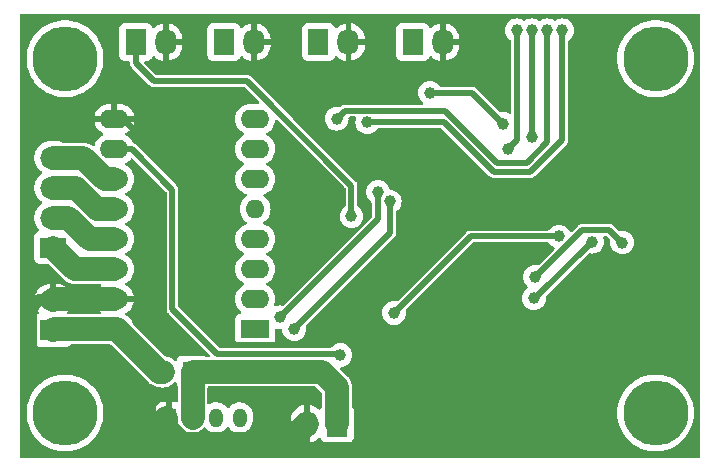
<source format=gbr>
%TF.GenerationSoftware,KiCad,Pcbnew,7.0.11-2.fc39*%
%TF.CreationDate,2024-04-03T17:16:25+02:00*%
%TF.ProjectId,CarteMPP,43617274-654d-4505-902e-6b696361645f,rev?*%
%TF.SameCoordinates,Original*%
%TF.FileFunction,Copper,L2,Bot*%
%TF.FilePolarity,Positive*%
%FSLAX46Y46*%
G04 Gerber Fmt 4.6, Leading zero omitted, Abs format (unit mm)*
G04 Created by KiCad (PCBNEW 7.0.11-2.fc39) date 2024-04-03 17:16:25*
%MOMM*%
%LPD*%
G01*
G04 APERTURE LIST*
%TA.AperFunction,ComponentPad*%
%ADD10R,1.700000X1.700000*%
%TD*%
%TA.AperFunction,ComponentPad*%
%ADD11O,1.700000X1.700000*%
%TD*%
%TA.AperFunction,ComponentPad*%
%ADD12C,5.500000*%
%TD*%
%TA.AperFunction,ComponentPad*%
%ADD13R,1.800000X2.200000*%
%TD*%
%TA.AperFunction,ComponentPad*%
%ADD14O,1.800000X2.200000*%
%TD*%
%TA.AperFunction,ComponentPad*%
%ADD15R,1.200000X1.600000*%
%TD*%
%TA.AperFunction,ComponentPad*%
%ADD16O,1.200000X1.600000*%
%TD*%
%TA.AperFunction,ComponentPad*%
%ADD17R,2.200000X1.800000*%
%TD*%
%TA.AperFunction,ComponentPad*%
%ADD18O,2.200000X1.800000*%
%TD*%
%TA.AperFunction,ComponentPad*%
%ADD19R,2.400000X1.600000*%
%TD*%
%TA.AperFunction,ComponentPad*%
%ADD20O,2.400000X1.600000*%
%TD*%
%TA.AperFunction,ComponentPad*%
%ADD21O,1.600000X1.600000*%
%TD*%
%TA.AperFunction,ViaPad*%
%ADD22C,1.000000*%
%TD*%
%TA.AperFunction,ViaPad*%
%ADD23C,1.500000*%
%TD*%
%TA.AperFunction,Conductor*%
%ADD24C,0.500000*%
%TD*%
%TA.AperFunction,Conductor*%
%ADD25C,2.000000*%
%TD*%
%TA.AperFunction,Conductor*%
%ADD26C,1.000000*%
%TD*%
G04 APERTURE END LIST*
D10*
%TO.P,J15,1,Pin_1*%
%TO.N,/V_HERKULEX*%
X139900000Y-113200000D03*
D11*
%TO.P,J15,2,Pin_2*%
%TO.N,/V_STEPPER*%
X137360000Y-113200000D03*
%TD*%
D12*
%TO.P,J9,1,Pin_1*%
%TO.N,unconnected-(J9-Pin_1-Pad1)*%
X129100000Y-86700000D03*
%TD*%
D13*
%TO.P,J14,1,Pin_1*%
%TO.N,/V_HERKULEX*%
X152140000Y-117600000D03*
D14*
%TO.P,J14,2,Pin_2*%
%TO.N,GND*%
X149600000Y-117600000D03*
%TD*%
D13*
%TO.P,J4,1,Pin_1*%
%TO.N,/Aux3*%
X150560000Y-85300000D03*
D14*
%TO.P,J4,2,Pin_2*%
%TO.N,GND*%
X153100000Y-85300000D03*
%TD*%
D12*
%TO.P,J11,1,Pin_1*%
%TO.N,unconnected-(J11-Pin_1-Pad1)*%
X179100000Y-86700000D03*
%TD*%
%TO.P,J12,1,Pin_1*%
%TO.N,unconnected-(J12-Pin_1-Pad1)*%
X179100000Y-116700000D03*
%TD*%
D15*
%TO.P,J16,1,GND*%
%TO.N,GND*%
X137900000Y-117100000D03*
D16*
%TO.P,J16,2,VCC*%
%TO.N,/V_HERKULEX*%
X139900000Y-117100000D03*
%TO.P,J16,3,TXD*%
%TO.N,/Rx1*%
X141900000Y-117100000D03*
%TO.P,J16,4,RXD*%
%TO.N,/Tx1*%
X143900000Y-117100000D03*
%TD*%
D13*
%TO.P,J3,1,Pin_1*%
%TO.N,/Aux2*%
X135100000Y-85300000D03*
D14*
%TO.P,J3,2,Pin_2*%
%TO.N,GND*%
X137640000Y-85300000D03*
%TD*%
D13*
%TO.P,J8,1,Pin_1*%
%TO.N,/Aux1*%
X142560000Y-85300000D03*
D14*
%TO.P,J8,2,Pin_2*%
%TO.N,GND*%
X145100000Y-85300000D03*
%TD*%
D17*
%TO.P,J5,1,Pin_1*%
%TO.N,/B1*%
X128100000Y-102700000D03*
D18*
%TO.P,J5,2,Pin_2*%
%TO.N,/B2*%
X128100000Y-100160000D03*
%TO.P,J5,3,Pin_3*%
%TO.N,/A1*%
X128100000Y-97620000D03*
%TO.P,J5,4,Pin_4*%
%TO.N,/A2*%
X128100000Y-95080000D03*
%TD*%
D13*
%TO.P,J7,1,Pin_1*%
%TO.N,/Aux4*%
X158560000Y-85300000D03*
D14*
%TO.P,J7,2,Pin_2*%
%TO.N,GND*%
X161100000Y-85300000D03*
%TD*%
D19*
%TO.P,J1,1,Pin_1*%
%TO.N,/EN*%
X145200000Y-109600000D03*
D20*
%TO.P,J1,2,Pin_2*%
%TO.N,/M0*%
X145200000Y-107060000D03*
%TO.P,J1,3,Pin_3*%
%TO.N,/M1*%
X145200000Y-104520000D03*
%TO.P,J1,4,Pin_4*%
%TO.N,/M2*%
X145200000Y-101980000D03*
D21*
%TO.P,J1,5,Pin_5*%
%TO.N,unconnected-(J1-Pin_5-Pad5)*%
X145200000Y-99440000D03*
D20*
%TO.P,J1,6,Pin_6*%
%TO.N,/STBY*%
X145200000Y-96900000D03*
%TO.P,J1,7,Pin_7*%
%TO.N,/STEP*%
X145200000Y-94360000D03*
%TO.P,J1,8,Pin_8*%
%TO.N,/DIR*%
X145200000Y-91820000D03*
%TO.P,J1,9,Pin_1*%
%TO.N,GND*%
X133280000Y-91820000D03*
%TO.P,J1,10,Pin_2*%
%TO.N,+3.3V*%
X133262000Y-94360000D03*
%TO.P,J1,11,Pin_3*%
%TO.N,/A2*%
X133262000Y-96900000D03*
%TO.P,J1,12,Pin_4*%
%TO.N,/A1*%
X133262000Y-99440000D03*
%TO.P,J1,13,Pin_5*%
%TO.N,/B2*%
X133262000Y-101980000D03*
%TO.P,J1,14,Pin_6*%
%TO.N,/B1*%
X133262000Y-104520000D03*
%TO.P,J1,15,Pin_7*%
%TO.N,GND*%
X133262000Y-107060000D03*
%TO.P,J1,16,Pin_8*%
%TO.N,/V_STEPPER*%
X133262000Y-109600000D03*
%TD*%
D17*
%TO.P,J2,1,Pin_1*%
%TO.N,/V_STEPPER*%
X128100000Y-109700000D03*
D18*
%TO.P,J2,2,Pin_2*%
%TO.N,GND*%
X128100000Y-107160000D03*
%TD*%
D12*
%TO.P,J10,1,Pin_1*%
%TO.N,unconnected-(J10-Pin_1-Pad1)*%
X129100000Y-116700000D03*
%TD*%
D22*
%TO.N,GND*%
X156900000Y-105400000D03*
D23*
X178818008Y-102000000D03*
D22*
X161400000Y-94000000D03*
D23*
X176100000Y-112600000D03*
D22*
X150300000Y-110700000D03*
%TO.N,+5V*%
X170923898Y-101761888D03*
X156957107Y-108242893D03*
%TO.N,+3.3V*%
X166200000Y-92200000D03*
X160000000Y-89600000D03*
X152400000Y-111800000D03*
%TO.N,/CAN_H*%
X176272008Y-102272008D03*
X168900000Y-105200000D03*
%TO.N,/CAN_L*%
X168800000Y-107000000D03*
X173732008Y-102200000D03*
%TO.N,/Tx1*%
X156600000Y-98800000D03*
X148500000Y-109600000D03*
%TO.N,/Aux2*%
X153357107Y-100057107D03*
%TO.N,/NRST*%
X171200000Y-84300000D03*
X154700000Y-92100000D03*
%TO.N,/TX_TARGET*%
X152100000Y-91800000D03*
X169949997Y-84300000D03*
%TO.N,/TCK*%
X168600000Y-84300000D03*
X168600000Y-93300000D03*
%TO.N,/SWO*%
X167349997Y-84300000D03*
X166600000Y-94382233D03*
%TO.N,/Rx1*%
X147307107Y-108607107D03*
X155600000Y-98000000D03*
%TD*%
D24*
%TO.N,GND*%
X142310660Y-110950000D02*
X138950000Y-107589340D01*
X138950000Y-96750000D02*
X134020000Y-91820000D01*
D25*
X128200000Y-107060000D02*
X128100000Y-107160000D01*
D24*
X150300000Y-110700000D02*
X151600000Y-110700000D01*
D25*
X138968019Y-119350000D02*
X137650000Y-118031981D01*
D24*
X138950000Y-107589340D02*
X138950000Y-96750000D01*
X150300000Y-110700000D02*
X150050000Y-110950000D01*
X150050000Y-110950000D02*
X142310660Y-110950000D01*
D26*
X126940000Y-107160000D02*
X128100000Y-107160000D01*
X178818008Y-109881992D02*
X176100000Y-112600000D01*
D25*
X137650000Y-118031981D02*
X137650000Y-117100000D01*
D26*
X137900000Y-117100000D02*
X136500000Y-117100000D01*
X136500000Y-117100000D02*
X131600000Y-112200000D01*
X131600000Y-112200000D02*
X126900000Y-112200000D01*
X178818008Y-102000000D02*
X178818008Y-109881992D01*
D25*
X133262000Y-107060000D02*
X128200000Y-107060000D01*
D24*
X161400000Y-100900000D02*
X156900000Y-105400000D01*
X161400000Y-94000000D02*
X161400000Y-100900000D01*
D26*
X126900000Y-112200000D02*
X126200000Y-111500000D01*
X126200000Y-107900000D02*
X126940000Y-107160000D01*
D25*
X149600000Y-117600000D02*
X147850000Y-119350000D01*
D24*
X134020000Y-91820000D02*
X133280000Y-91820000D01*
X151600000Y-110700000D02*
X156900000Y-105400000D01*
D26*
X126200000Y-111500000D02*
X126200000Y-107900000D01*
D25*
X147850000Y-119350000D02*
X138968019Y-119350000D01*
D24*
%TO.N,+5V*%
X163438112Y-101761888D02*
X170923898Y-101761888D01*
X156957107Y-108242893D02*
X163438112Y-101761888D01*
D25*
%TO.N,/A2*%
X132463960Y-96900000D02*
X130643960Y-95080000D01*
X133262000Y-96900000D02*
X132463960Y-96900000D01*
X130643960Y-95080000D02*
X128100000Y-95080000D01*
%TO.N,/A1*%
X131821980Y-99440000D02*
X130001980Y-97620000D01*
X130001980Y-97620000D02*
X128100000Y-97620000D01*
X133262000Y-99440000D02*
X131821980Y-99440000D01*
%TO.N,/B2*%
X131180000Y-101980000D02*
X133262000Y-101980000D01*
X128100000Y-100160000D02*
X129360000Y-100160000D01*
X129360000Y-100160000D02*
X131180000Y-101980000D01*
%TO.N,/B1*%
X129920000Y-104520000D02*
X128100000Y-102700000D01*
X133262000Y-104520000D02*
X129920000Y-104520000D01*
%TO.N,/V_HERKULEX*%
X152140000Y-114500000D02*
X152140000Y-117600000D01*
X139900000Y-113200000D02*
X139900000Y-117100000D01*
X150840000Y-113200000D02*
X152140000Y-114500000D01*
X139900000Y-113200000D02*
X150840000Y-113200000D01*
D24*
%TO.N,+3.3V*%
X134760000Y-94360000D02*
X138200000Y-97800000D01*
X160000000Y-89600000D02*
X163600000Y-89600000D01*
X152300000Y-111700000D02*
X152400000Y-111800000D01*
X142000000Y-111700000D02*
X152300000Y-111700000D01*
X138200000Y-97800000D02*
X138200000Y-107900000D01*
X133262000Y-94360000D02*
X134760000Y-94360000D01*
X138200000Y-107900000D02*
X142000000Y-111700000D01*
X163600000Y-89600000D02*
X166200000Y-92200000D01*
%TO.N,/CAN_H*%
X175200000Y-101200000D02*
X176272008Y-102272008D01*
X168900000Y-105200000D02*
X172900000Y-101200000D01*
X172900000Y-101200000D02*
X175200000Y-101200000D01*
%TO.N,/CAN_L*%
X168932008Y-107000000D02*
X173732008Y-102200000D01*
X168800000Y-107000000D02*
X168932008Y-107000000D01*
D25*
%TO.N,/V_STEPPER*%
X133262000Y-109600000D02*
X128200000Y-109600000D01*
X128200000Y-109600000D02*
X128100000Y-109700000D01*
X133462000Y-109600000D02*
X133262000Y-109600000D01*
X137062000Y-113200000D02*
X133462000Y-109600000D01*
X137360000Y-113200000D02*
X137062000Y-113200000D01*
D24*
%TO.N,/Tx1*%
X156600000Y-98800000D02*
X156600000Y-101500000D01*
X156600000Y-101500000D02*
X148500000Y-109600000D01*
%TO.N,/Aux2*%
X153357107Y-100057107D02*
X153357107Y-97457107D01*
X135100000Y-87100000D02*
X135100000Y-85300000D01*
X153357107Y-97457107D02*
X144500000Y-88600000D01*
X144500000Y-88600000D02*
X136600000Y-88600000D01*
X136600000Y-88600000D02*
X135100000Y-87100000D01*
%TO.N,/NRST*%
X165400000Y-96300000D02*
X168500000Y-96300000D01*
X168500000Y-96300000D02*
X171200000Y-93600000D01*
X161200000Y-92100000D02*
X165400000Y-96300000D01*
X154700000Y-92100000D02*
X161200000Y-92100000D01*
X171200000Y-93600000D02*
X171200000Y-84300000D01*
%TO.N,/TX_TARGET*%
X152100000Y-91800000D02*
X152800000Y-91100000D01*
X161260660Y-91100000D02*
X165660660Y-95500000D01*
X168239340Y-95500000D02*
X169949997Y-93789343D01*
X152800000Y-91100000D02*
X161260660Y-91100000D01*
X165660660Y-95500000D02*
X168239340Y-95500000D01*
X169949997Y-93789343D02*
X169949997Y-84300000D01*
%TO.N,/TCK*%
X168600000Y-93300000D02*
X168600000Y-84300000D01*
%TO.N,/SWO*%
X166617767Y-94382233D02*
X167400000Y-93600000D01*
X167400000Y-93600000D02*
X167400000Y-84350003D01*
X166600000Y-94382233D02*
X166617767Y-94382233D01*
X167400000Y-84350003D02*
X167349997Y-84300000D01*
%TO.N,/Rx1*%
X147307107Y-108592893D02*
X155600000Y-100300000D01*
X155600000Y-100300000D02*
X155600000Y-98000000D01*
X147307107Y-108607107D02*
X147307107Y-108592893D01*
%TD*%
%TA.AperFunction,Conductor*%
%TO.N,GND*%
G36*
X134858137Y-95166039D02*
G01*
X134860966Y-95168780D01*
X137663181Y-97970995D01*
X137696666Y-98032318D01*
X137699500Y-98058676D01*
X137699500Y-107832858D01*
X137696667Y-107859206D01*
X137695641Y-107863927D01*
X137695641Y-107863929D01*
X137695641Y-107863930D01*
X137699184Y-107913461D01*
X137699500Y-107922308D01*
X137699500Y-107935797D01*
X137701420Y-107949154D01*
X137702365Y-107957946D01*
X137705909Y-108007486D01*
X137707593Y-108012000D01*
X137714148Y-108037682D01*
X137714834Y-108042455D01*
X137735457Y-108087612D01*
X137738845Y-108095790D01*
X137756203Y-108142329D01*
X137759096Y-108146194D01*
X137772617Y-108168983D01*
X137774619Y-108173367D01*
X137774622Y-108173372D01*
X137774623Y-108173373D01*
X137807144Y-108210904D01*
X137812688Y-108217785D01*
X137820779Y-108228593D01*
X137830333Y-108238147D01*
X137836353Y-108244614D01*
X137868872Y-108282143D01*
X137868874Y-108282145D01*
X137872928Y-108284750D01*
X137893571Y-108301385D01*
X141330005Y-111737819D01*
X141363490Y-111799142D01*
X141358506Y-111868834D01*
X141316634Y-111924767D01*
X141251170Y-111949184D01*
X141242324Y-111949500D01*
X141091439Y-111949500D01*
X141024400Y-111929815D01*
X141017128Y-111924767D01*
X140992331Y-111906204D01*
X140992328Y-111906202D01*
X140857482Y-111855908D01*
X140857483Y-111855908D01*
X140797883Y-111849501D01*
X140797881Y-111849500D01*
X140797873Y-111849500D01*
X140797864Y-111849500D01*
X139002129Y-111849500D01*
X139002123Y-111849501D01*
X138942516Y-111855908D01*
X138807671Y-111906202D01*
X138807664Y-111906206D01*
X138692455Y-111992452D01*
X138692452Y-111992455D01*
X138606206Y-112107664D01*
X138606203Y-112107669D01*
X138557189Y-112239083D01*
X138515317Y-112295016D01*
X138449853Y-112319433D01*
X138381580Y-112304581D01*
X138353326Y-112283430D01*
X138231402Y-112161506D01*
X138231395Y-112161501D01*
X138037834Y-112025967D01*
X138037830Y-112025965D01*
X137973853Y-111996132D01*
X137823663Y-111926097D01*
X137823659Y-111926096D01*
X137823655Y-111926094D01*
X137595413Y-111864938D01*
X137595403Y-111864936D01*
X137530781Y-111859282D01*
X137465712Y-111833828D01*
X137453909Y-111823435D01*
X134950577Y-109320103D01*
X134918483Y-109264514D01*
X134888742Y-109153513D01*
X134888738Y-109153502D01*
X134792568Y-108947266D01*
X134662047Y-108760861D01*
X134662045Y-108760858D01*
X134501141Y-108599954D01*
X134314734Y-108469432D01*
X134314732Y-108469431D01*
X134303275Y-108464088D01*
X134256132Y-108442105D01*
X134203694Y-108395934D01*
X134184542Y-108328740D01*
X134204758Y-108261859D01*
X134256134Y-108217341D01*
X134314484Y-108190132D01*
X134500820Y-108059657D01*
X134661657Y-107898820D01*
X134792134Y-107712482D01*
X134888265Y-107506326D01*
X134888269Y-107506317D01*
X134940872Y-107310000D01*
X133577686Y-107310000D01*
X133589641Y-107298045D01*
X133647165Y-107185148D01*
X133666986Y-107060000D01*
X133647165Y-106934852D01*
X133589641Y-106821955D01*
X133577686Y-106810000D01*
X134940872Y-106810000D01*
X134940872Y-106809999D01*
X134888269Y-106613682D01*
X134888265Y-106613673D01*
X134792134Y-106407517D01*
X134661657Y-106221179D01*
X134500820Y-106060342D01*
X134314482Y-105929865D01*
X134256133Y-105902657D01*
X134203694Y-105856484D01*
X134184542Y-105789291D01*
X134204758Y-105722410D01*
X134256129Y-105677895D01*
X134314734Y-105650568D01*
X134501139Y-105520047D01*
X134662047Y-105359139D01*
X134792568Y-105172734D01*
X134888739Y-104966496D01*
X134947635Y-104746692D01*
X134967468Y-104520000D01*
X134947635Y-104293308D01*
X134888739Y-104073504D01*
X134792568Y-103867266D01*
X134662047Y-103680861D01*
X134662045Y-103680858D01*
X134501141Y-103519954D01*
X134314734Y-103389432D01*
X134314728Y-103389429D01*
X134256725Y-103362382D01*
X134204285Y-103316210D01*
X134185133Y-103249017D01*
X134205348Y-103182135D01*
X134256725Y-103137618D01*
X134314734Y-103110568D01*
X134501139Y-102980047D01*
X134662047Y-102819139D01*
X134792568Y-102632734D01*
X134888739Y-102426496D01*
X134947635Y-102206692D01*
X134967468Y-101980000D01*
X134947635Y-101753308D01*
X134895291Y-101557955D01*
X134888741Y-101533511D01*
X134888738Y-101533502D01*
X134846280Y-101442452D01*
X134792568Y-101327266D01*
X134662047Y-101140861D01*
X134662045Y-101140858D01*
X134501141Y-100979954D01*
X134314734Y-100849432D01*
X134314728Y-100849429D01*
X134256725Y-100822382D01*
X134204285Y-100776210D01*
X134185133Y-100709017D01*
X134205348Y-100642135D01*
X134256725Y-100597618D01*
X134314734Y-100570568D01*
X134501139Y-100440047D01*
X134662047Y-100279139D01*
X134792568Y-100092734D01*
X134888739Y-99886496D01*
X134947635Y-99666692D01*
X134967468Y-99440000D01*
X134965985Y-99423054D01*
X134959264Y-99346224D01*
X134947635Y-99213308D01*
X134888739Y-98993504D01*
X134792568Y-98787266D01*
X134662047Y-98600861D01*
X134662045Y-98600858D01*
X134501141Y-98439954D01*
X134314734Y-98309432D01*
X134314728Y-98309429D01*
X134256725Y-98282382D01*
X134204285Y-98236210D01*
X134185133Y-98169017D01*
X134205348Y-98102135D01*
X134256725Y-98057618D01*
X134314734Y-98030568D01*
X134501139Y-97900047D01*
X134662047Y-97739139D01*
X134792568Y-97552734D01*
X134888739Y-97346496D01*
X134947635Y-97126692D01*
X134967468Y-96900000D01*
X134965985Y-96883054D01*
X134959011Y-96803334D01*
X134947635Y-96673308D01*
X134888739Y-96453504D01*
X134792568Y-96247266D01*
X134662047Y-96060861D01*
X134662045Y-96060858D01*
X134501141Y-95899954D01*
X134314734Y-95769432D01*
X134314728Y-95769429D01*
X134256725Y-95742382D01*
X134204285Y-95696210D01*
X134185133Y-95629017D01*
X134205348Y-95562135D01*
X134256725Y-95517618D01*
X134314734Y-95490568D01*
X134501139Y-95360047D01*
X134662047Y-95199139D01*
X134671708Y-95185340D01*
X134726283Y-95141714D01*
X134795781Y-95134519D01*
X134858137Y-95166039D01*
G37*
%TD.AperFunction*%
%TA.AperFunction,Conductor*%
G36*
X182842539Y-82920185D02*
G01*
X182888294Y-82972989D01*
X182899500Y-83024500D01*
X182899500Y-120375500D01*
X182879815Y-120442539D01*
X182827011Y-120488294D01*
X182775500Y-120499500D01*
X125424500Y-120499500D01*
X125357461Y-120479815D01*
X125311706Y-120427011D01*
X125300500Y-120375500D01*
X125300500Y-116700002D01*
X125844726Y-116700002D01*
X125863808Y-117051954D01*
X125920833Y-117399793D01*
X125920834Y-117399796D01*
X126015126Y-117739408D01*
X126015127Y-117739410D01*
X126145588Y-118066844D01*
X126145597Y-118066862D01*
X126310695Y-118378269D01*
X126508498Y-118670006D01*
X126508505Y-118670016D01*
X126672012Y-118862510D01*
X126736686Y-118938650D01*
X126992580Y-119181046D01*
X127273182Y-119394354D01*
X127575202Y-119576074D01*
X127575206Y-119576075D01*
X127575210Y-119576078D01*
X127895088Y-119724070D01*
X127895092Y-119724070D01*
X127895099Y-119724074D01*
X128229122Y-119836619D01*
X128573355Y-119912391D01*
X128923763Y-119950500D01*
X128923769Y-119950500D01*
X129276231Y-119950500D01*
X129276237Y-119950500D01*
X129626645Y-119912391D01*
X129970878Y-119836619D01*
X130304901Y-119724074D01*
X130304908Y-119724070D01*
X130304911Y-119724070D01*
X130624789Y-119576078D01*
X130624798Y-119576074D01*
X130926818Y-119394354D01*
X131207420Y-119181046D01*
X131463314Y-118938650D01*
X131691501Y-118670008D01*
X131889305Y-118378269D01*
X132054407Y-118066854D01*
X132184871Y-117739414D01*
X132279168Y-117399788D01*
X132336191Y-117051957D01*
X132355274Y-116700000D01*
X132350567Y-116613194D01*
X132343824Y-116488825D01*
X132336191Y-116348043D01*
X132279168Y-116000212D01*
X132236704Y-115847271D01*
X132184873Y-115660591D01*
X132184872Y-115660589D01*
X132054411Y-115333155D01*
X132054402Y-115333137D01*
X131889305Y-115021731D01*
X131691501Y-114729992D01*
X131691497Y-114729987D01*
X131691494Y-114729983D01*
X131463314Y-114461350D01*
X131410249Y-114411084D01*
X131207420Y-114218954D01*
X131207413Y-114218948D01*
X131207410Y-114218946D01*
X130996780Y-114058830D01*
X130926818Y-114005646D01*
X130926815Y-114005644D01*
X130624802Y-113823928D01*
X130624789Y-113823921D01*
X130304911Y-113675929D01*
X130304906Y-113675928D01*
X130304903Y-113675927D01*
X130304901Y-113675926D01*
X130198432Y-113640052D01*
X129970880Y-113563381D01*
X129626643Y-113487608D01*
X129276238Y-113449500D01*
X129276237Y-113449500D01*
X128923763Y-113449500D01*
X128923761Y-113449500D01*
X128573356Y-113487608D01*
X128229119Y-113563381D01*
X127895093Y-113675928D01*
X127895088Y-113675929D01*
X127575210Y-113823921D01*
X127575197Y-113823928D01*
X127273184Y-114005644D01*
X126992589Y-114218946D01*
X126992580Y-114218954D01*
X126736685Y-114461350D01*
X126508505Y-114729983D01*
X126508498Y-114729993D01*
X126310695Y-115021730D01*
X126145597Y-115333137D01*
X126145588Y-115333155D01*
X126015127Y-115660589D01*
X126015126Y-115660591D01*
X125920834Y-116000203D01*
X125920833Y-116000206D01*
X125863808Y-116348045D01*
X125844726Y-116699997D01*
X125844726Y-116700002D01*
X125300500Y-116700002D01*
X125300500Y-100100346D01*
X126495702Y-100100346D01*
X126505819Y-100338528D01*
X126505819Y-100338532D01*
X126556045Y-100571580D01*
X126644935Y-100792788D01*
X126644936Y-100792790D01*
X126763851Y-100985921D01*
X126769932Y-100995796D01*
X126886738Y-101128513D01*
X126916253Y-101191843D01*
X126906844Y-101261076D01*
X126861498Y-101314232D01*
X126836989Y-101326619D01*
X126757669Y-101356203D01*
X126757664Y-101356206D01*
X126642455Y-101442452D01*
X126642452Y-101442455D01*
X126556206Y-101557664D01*
X126556202Y-101557671D01*
X126505908Y-101692517D01*
X126499501Y-101752116D01*
X126499500Y-101752135D01*
X126499500Y-103647870D01*
X126499501Y-103647876D01*
X126505908Y-103707483D01*
X126556202Y-103842328D01*
X126556206Y-103842335D01*
X126642452Y-103957544D01*
X126642455Y-103957547D01*
X126757664Y-104043793D01*
X126757671Y-104043797D01*
X126892517Y-104094091D01*
X126892516Y-104094091D01*
X126899444Y-104094835D01*
X126952127Y-104100500D01*
X127680663Y-104100499D01*
X127747702Y-104120183D01*
X127768344Y-104136818D01*
X128981182Y-105349656D01*
X128990448Y-105360024D01*
X129012492Y-105387666D01*
X129062395Y-105431266D01*
X129068491Y-105436965D01*
X129075471Y-105443945D01*
X129106771Y-105470076D01*
X129108859Y-105471860D01*
X129182004Y-105535765D01*
X129185753Y-105538005D01*
X129201622Y-105549264D01*
X129204980Y-105552067D01*
X129204983Y-105552070D01*
X129289466Y-105600006D01*
X129291834Y-105601384D01*
X129375236Y-105651215D01*
X129379326Y-105652749D01*
X129396950Y-105660995D01*
X129400749Y-105663151D01*
X129400751Y-105663152D01*
X129400755Y-105663154D01*
X129492479Y-105695249D01*
X129495020Y-105696170D01*
X129585976Y-105730307D01*
X129590266Y-105731085D01*
X129609094Y-105736055D01*
X129613218Y-105737498D01*
X129709279Y-105752712D01*
X129711827Y-105753145D01*
X129790022Y-105767336D01*
X129807452Y-105770500D01*
X129807453Y-105770500D01*
X129811822Y-105770500D01*
X129831220Y-105772026D01*
X129835541Y-105772711D01*
X129932667Y-105770530D01*
X129935449Y-105770500D01*
X132043838Y-105770500D01*
X132110877Y-105790185D01*
X132156632Y-105842989D01*
X132166576Y-105912147D01*
X132137551Y-105975703D01*
X132114962Y-105996075D01*
X132023179Y-106060342D01*
X131862342Y-106221179D01*
X131731865Y-106407517D01*
X131635734Y-106613673D01*
X131635730Y-106613682D01*
X131583127Y-106809999D01*
X131583128Y-106810000D01*
X132946314Y-106810000D01*
X132934359Y-106821955D01*
X132876835Y-106934852D01*
X132857014Y-107060000D01*
X132876835Y-107185148D01*
X132934359Y-107298045D01*
X132946314Y-107310000D01*
X131583128Y-107310000D01*
X131635730Y-107506317D01*
X131635734Y-107506326D01*
X131731865Y-107712482D01*
X131862342Y-107898820D01*
X132023179Y-108059657D01*
X132114962Y-108123925D01*
X132158587Y-108178503D01*
X132165779Y-108248001D01*
X132134257Y-108310356D01*
X132074027Y-108345769D01*
X132043838Y-108349500D01*
X129446729Y-108349500D01*
X129403396Y-108341682D01*
X129363123Y-108326661D01*
X129307189Y-108284790D01*
X129282772Y-108219325D01*
X129297624Y-108151052D01*
X129320656Y-108120956D01*
X129354736Y-108088293D01*
X129496450Y-107896683D01*
X129603742Y-107683884D01*
X129673524Y-107456020D01*
X129679418Y-107410000D01*
X128533686Y-107410000D01*
X128559493Y-107369844D01*
X128600000Y-107231889D01*
X128600000Y-107088111D01*
X128559493Y-106950156D01*
X128533686Y-106910000D01*
X129678266Y-106910000D01*
X129678265Y-106909999D01*
X129643474Y-106748566D01*
X129554616Y-106527437D01*
X129429666Y-106324505D01*
X129272219Y-106145610D01*
X129272213Y-106145603D01*
X129086805Y-105995897D01*
X129086795Y-105995890D01*
X128878751Y-105879668D01*
X128654052Y-105800277D01*
X128654038Y-105800273D01*
X128419167Y-105760000D01*
X128350000Y-105760000D01*
X128350000Y-106724498D01*
X128242315Y-106675320D01*
X128135763Y-106660000D01*
X128064237Y-106660000D01*
X127957685Y-106675320D01*
X127850000Y-106724498D01*
X127850000Y-105760000D01*
X127840508Y-105760000D01*
X127662549Y-105775147D01*
X127662546Y-105775148D01*
X127431921Y-105835197D01*
X127214758Y-105933360D01*
X127214755Y-105933362D01*
X127017311Y-106066812D01*
X127017309Y-106066814D01*
X126845263Y-106231706D01*
X126703549Y-106423316D01*
X126596257Y-106636115D01*
X126526475Y-106863979D01*
X126520582Y-106910000D01*
X127666314Y-106910000D01*
X127640507Y-106950156D01*
X127600000Y-107088111D01*
X127600000Y-107231889D01*
X127640507Y-107369844D01*
X127666314Y-107410000D01*
X126521734Y-107410000D01*
X126556525Y-107571433D01*
X126645383Y-107792562D01*
X126770333Y-107995494D01*
X126887240Y-108128327D01*
X126916754Y-108191657D01*
X126907344Y-108260890D01*
X126861998Y-108314045D01*
X126837490Y-108326432D01*
X126757669Y-108356203D01*
X126757664Y-108356206D01*
X126642455Y-108442452D01*
X126642452Y-108442455D01*
X126556206Y-108557664D01*
X126556202Y-108557671D01*
X126505908Y-108692517D01*
X126499501Y-108752116D01*
X126499500Y-108752135D01*
X126499500Y-110647870D01*
X126499501Y-110647876D01*
X126505908Y-110707483D01*
X126556202Y-110842328D01*
X126556206Y-110842335D01*
X126642452Y-110957544D01*
X126642455Y-110957547D01*
X126757664Y-111043793D01*
X126757671Y-111043797D01*
X126892517Y-111094091D01*
X126892516Y-111094091D01*
X126899444Y-111094835D01*
X126952127Y-111100500D01*
X129247872Y-111100499D01*
X129307483Y-111094091D01*
X129442331Y-111043796D01*
X129557546Y-110957546D01*
X129600252Y-110900499D01*
X129600485Y-110900188D01*
X129656419Y-110858318D01*
X129699751Y-110850500D01*
X132487857Y-110850500D01*
X132519949Y-110854724D01*
X132635308Y-110885635D01*
X132805214Y-110900499D01*
X132805215Y-110900500D01*
X132805216Y-110900500D01*
X132942664Y-110900500D01*
X133009703Y-110920185D01*
X133030345Y-110936819D01*
X136123182Y-114029656D01*
X136132448Y-114040024D01*
X136154492Y-114067666D01*
X136204395Y-114111266D01*
X136210491Y-114116965D01*
X136217473Y-114123947D01*
X136217477Y-114123950D01*
X136248714Y-114150028D01*
X136250833Y-114151837D01*
X136324005Y-114215766D01*
X136327755Y-114218006D01*
X136343626Y-114229266D01*
X136346982Y-114232068D01*
X136431485Y-114280016D01*
X136433806Y-114281368D01*
X136517227Y-114331210D01*
X136517230Y-114331211D01*
X136517236Y-114331215D01*
X136521327Y-114332750D01*
X136538955Y-114340996D01*
X136542755Y-114343153D01*
X136634450Y-114375238D01*
X136637023Y-114376172D01*
X136677700Y-114391438D01*
X136727976Y-114410307D01*
X136732273Y-114411086D01*
X136751083Y-114416051D01*
X136755218Y-114417498D01*
X136761827Y-114418544D01*
X136768528Y-114419606D01*
X136801538Y-114429697D01*
X136896337Y-114473903D01*
X137124592Y-114535063D01*
X137312918Y-114551539D01*
X137359999Y-114555659D01*
X137360000Y-114555659D01*
X137360001Y-114555659D01*
X137399234Y-114552226D01*
X137595408Y-114535063D01*
X137823663Y-114473903D01*
X138037830Y-114374035D01*
X138231401Y-114238495D01*
X138353329Y-114116566D01*
X138414648Y-114083084D01*
X138484340Y-114088068D01*
X138540274Y-114129939D01*
X138557189Y-114160917D01*
X138606202Y-114292328D01*
X138606203Y-114292329D01*
X138624766Y-114317126D01*
X138649184Y-114382590D01*
X138649500Y-114391438D01*
X138649500Y-115676000D01*
X138629815Y-115743039D01*
X138577011Y-115788794D01*
X138525500Y-115800000D01*
X138150000Y-115800000D01*
X138150000Y-116750392D01*
X138032969Y-116690762D01*
X137933451Y-116675000D01*
X137866549Y-116675000D01*
X137767031Y-116690762D01*
X137650000Y-116750392D01*
X137650000Y-115800000D01*
X137252155Y-115800000D01*
X137192627Y-115806401D01*
X137192620Y-115806403D01*
X137057913Y-115856645D01*
X137057906Y-115856649D01*
X136942812Y-115942809D01*
X136942809Y-115942812D01*
X136856649Y-116057906D01*
X136856645Y-116057913D01*
X136806403Y-116192620D01*
X136806401Y-116192627D01*
X136800000Y-116252155D01*
X136800000Y-116850000D01*
X137550393Y-116850000D01*
X137490762Y-116967031D01*
X137469702Y-117100000D01*
X137490762Y-117232969D01*
X137550393Y-117350000D01*
X136800000Y-117350000D01*
X136800000Y-117947844D01*
X136806401Y-118007372D01*
X136806403Y-118007379D01*
X136856645Y-118142086D01*
X136856649Y-118142093D01*
X136942809Y-118257187D01*
X136942812Y-118257190D01*
X137057906Y-118343350D01*
X137057913Y-118343354D01*
X137192620Y-118393596D01*
X137192627Y-118393598D01*
X137252155Y-118399999D01*
X137252172Y-118400000D01*
X137650000Y-118400000D01*
X137650000Y-117449607D01*
X137767031Y-117509238D01*
X137866549Y-117525000D01*
X137933451Y-117525000D01*
X138032969Y-117509238D01*
X138150000Y-117449607D01*
X138150000Y-118400000D01*
X138547828Y-118400000D01*
X138547844Y-118399999D01*
X138607372Y-118393598D01*
X138607379Y-118393596D01*
X138742086Y-118343354D01*
X138742093Y-118343350D01*
X138857187Y-118257190D01*
X138857190Y-118257187D01*
X138943350Y-118142093D01*
X138947604Y-118134304D01*
X138950170Y-118135705D01*
X138983176Y-118091587D01*
X139048633Y-118067150D01*
X139116910Y-118081981D01*
X139125840Y-118087352D01*
X139128751Y-118089274D01*
X139141631Y-118099040D01*
X139258746Y-118200521D01*
X139440750Y-118305601D01*
X139440752Y-118305601D01*
X139440756Y-118305604D01*
X139639367Y-118374344D01*
X139847398Y-118404254D01*
X140057330Y-118394254D01*
X140261576Y-118344704D01*
X140347199Y-118305601D01*
X140452743Y-118257401D01*
X140452746Y-118257399D01*
X140452753Y-118257396D01*
X140623952Y-118135486D01*
X140671336Y-118085789D01*
X140683749Y-118074428D01*
X140767666Y-118007508D01*
X140821200Y-117946233D01*
X140880129Y-117908701D01*
X140949998Y-117908985D01*
X141008622Y-117946999D01*
X141012049Y-117951166D01*
X141099909Y-118062887D01*
X141258746Y-118200521D01*
X141440750Y-118305601D01*
X141440752Y-118305601D01*
X141440756Y-118305604D01*
X141639367Y-118374344D01*
X141847398Y-118404254D01*
X142057330Y-118394254D01*
X142261576Y-118344704D01*
X142347199Y-118305601D01*
X142452743Y-118257401D01*
X142452746Y-118257399D01*
X142452753Y-118257396D01*
X142623952Y-118135486D01*
X142665810Y-118091587D01*
X142768986Y-117983378D01*
X142795540Y-117942058D01*
X142848343Y-117896303D01*
X142917502Y-117886359D01*
X142981058Y-117915383D01*
X142997326Y-117932444D01*
X143099909Y-118062887D01*
X143258746Y-118200521D01*
X143440750Y-118305601D01*
X143440752Y-118305601D01*
X143440756Y-118305604D01*
X143639367Y-118374344D01*
X143847398Y-118404254D01*
X144057330Y-118394254D01*
X144261576Y-118344704D01*
X144347199Y-118305601D01*
X144452743Y-118257401D01*
X144452746Y-118257399D01*
X144452753Y-118257396D01*
X144623952Y-118135486D01*
X144665810Y-118091587D01*
X144768985Y-117983379D01*
X144768986Y-117983378D01*
X144882613Y-117806572D01*
X144960725Y-117611457D01*
X145000500Y-117405085D01*
X145000500Y-116847575D01*
X144985528Y-116690782D01*
X144926316Y-116489125D01*
X144830011Y-116302318D01*
X144830009Y-116302316D01*
X144830008Y-116302313D01*
X144700094Y-116137116D01*
X144700090Y-116137112D01*
X144541253Y-115999478D01*
X144359249Y-115894398D01*
X144359245Y-115894396D01*
X144359244Y-115894396D01*
X144160633Y-115825656D01*
X143952602Y-115795746D01*
X143952598Y-115795746D01*
X143742672Y-115805745D01*
X143538421Y-115855296D01*
X143538417Y-115855298D01*
X143347256Y-115942598D01*
X143347251Y-115942601D01*
X143176046Y-116064515D01*
X143176040Y-116064520D01*
X143031016Y-116216618D01*
X143004458Y-116257943D01*
X142951653Y-116303697D01*
X142882494Y-116313640D01*
X142818939Y-116284614D01*
X142802673Y-116267554D01*
X142700094Y-116137116D01*
X142700090Y-116137112D01*
X142541253Y-115999478D01*
X142359249Y-115894398D01*
X142359245Y-115894396D01*
X142359244Y-115894396D01*
X142160633Y-115825656D01*
X141952602Y-115795746D01*
X141952598Y-115795746D01*
X141742672Y-115805745D01*
X141538421Y-115855296D01*
X141538417Y-115855298D01*
X141347256Y-115942598D01*
X141347246Y-115942604D01*
X141346421Y-115943192D01*
X141345940Y-115943358D01*
X141342138Y-115945554D01*
X141341714Y-115944820D01*
X141280392Y-115966040D01*
X141212493Y-115949563D01*
X141164281Y-115898993D01*
X141150500Y-115842180D01*
X141150500Y-114574500D01*
X141170185Y-114507461D01*
X141222989Y-114461706D01*
X141274500Y-114450500D01*
X150270664Y-114450500D01*
X150337703Y-114470185D01*
X150358345Y-114486819D01*
X150853181Y-114981655D01*
X150886666Y-115042978D01*
X150889500Y-115069336D01*
X150889500Y-116091769D01*
X150869815Y-116158808D01*
X150864767Y-116166080D01*
X150796204Y-116257668D01*
X150796202Y-116257671D01*
X150766661Y-116336876D01*
X150724790Y-116392810D01*
X150659325Y-116417227D01*
X150591052Y-116402375D01*
X150560957Y-116379344D01*
X150528293Y-116345264D01*
X150336683Y-116203549D01*
X150123884Y-116096257D01*
X149896020Y-116026475D01*
X149850000Y-116020581D01*
X149850000Y-117164498D01*
X149742315Y-117115320D01*
X149635763Y-117100000D01*
X149564237Y-117100000D01*
X149457685Y-117115320D01*
X149350000Y-117164498D01*
X149350000Y-116021734D01*
X149349999Y-116021734D01*
X149188566Y-116056525D01*
X148967437Y-116145383D01*
X148764505Y-116270333D01*
X148585610Y-116427780D01*
X148585603Y-116427786D01*
X148435897Y-116613194D01*
X148435890Y-116613204D01*
X148319668Y-116821248D01*
X148240277Y-117045947D01*
X148240273Y-117045961D01*
X148200000Y-117280832D01*
X148200000Y-117350000D01*
X149166314Y-117350000D01*
X149140507Y-117390156D01*
X149100000Y-117528111D01*
X149100000Y-117671889D01*
X149140507Y-117809844D01*
X149166314Y-117850000D01*
X148200000Y-117850000D01*
X148200000Y-117859491D01*
X148215147Y-118037450D01*
X148215148Y-118037453D01*
X148275197Y-118268078D01*
X148373360Y-118485241D01*
X148373362Y-118485244D01*
X148506812Y-118682688D01*
X148506814Y-118682690D01*
X148671706Y-118854736D01*
X148863316Y-118996450D01*
X149076115Y-119103741D01*
X149303987Y-119173526D01*
X149303985Y-119173526D01*
X149350000Y-119179418D01*
X149350000Y-118035501D01*
X149457685Y-118084680D01*
X149564237Y-118100000D01*
X149635763Y-118100000D01*
X149742315Y-118084680D01*
X149850000Y-118035501D01*
X149850000Y-119178264D01*
X150011434Y-119143473D01*
X150232562Y-119054616D01*
X150435494Y-118929666D01*
X150568326Y-118812760D01*
X150631656Y-118783245D01*
X150700889Y-118792654D01*
X150754045Y-118838000D01*
X150766432Y-118862510D01*
X150796202Y-118942328D01*
X150796206Y-118942335D01*
X150882452Y-119057544D01*
X150882455Y-119057547D01*
X150997664Y-119143793D01*
X150997671Y-119143797D01*
X151132517Y-119194091D01*
X151132516Y-119194091D01*
X151139444Y-119194835D01*
X151192127Y-119200500D01*
X153087872Y-119200499D01*
X153147483Y-119194091D01*
X153282331Y-119143796D01*
X153397546Y-119057546D01*
X153483796Y-118942331D01*
X153534091Y-118807483D01*
X153540500Y-118747873D01*
X153540499Y-116700002D01*
X175844726Y-116700002D01*
X175863808Y-117051954D01*
X175920833Y-117399793D01*
X175920834Y-117399796D01*
X176015126Y-117739408D01*
X176015127Y-117739410D01*
X176145588Y-118066844D01*
X176145597Y-118066862D01*
X176310695Y-118378269D01*
X176508498Y-118670006D01*
X176508505Y-118670016D01*
X176672012Y-118862510D01*
X176736686Y-118938650D01*
X176992580Y-119181046D01*
X177273182Y-119394354D01*
X177575202Y-119576074D01*
X177575206Y-119576075D01*
X177575210Y-119576078D01*
X177895088Y-119724070D01*
X177895092Y-119724070D01*
X177895099Y-119724074D01*
X178229122Y-119836619D01*
X178573355Y-119912391D01*
X178923763Y-119950500D01*
X178923769Y-119950500D01*
X179276231Y-119950500D01*
X179276237Y-119950500D01*
X179626645Y-119912391D01*
X179970878Y-119836619D01*
X180304901Y-119724074D01*
X180304908Y-119724070D01*
X180304911Y-119724070D01*
X180624789Y-119576078D01*
X180624798Y-119576074D01*
X180926818Y-119394354D01*
X181207420Y-119181046D01*
X181463314Y-118938650D01*
X181691501Y-118670008D01*
X181889305Y-118378269D01*
X182054407Y-118066854D01*
X182184871Y-117739414D01*
X182279168Y-117399788D01*
X182336191Y-117051957D01*
X182355274Y-116700000D01*
X182350567Y-116613194D01*
X182343824Y-116488825D01*
X182336191Y-116348043D01*
X182279168Y-116000212D01*
X182236704Y-115847271D01*
X182184873Y-115660591D01*
X182184872Y-115660589D01*
X182054411Y-115333155D01*
X182054402Y-115333137D01*
X181889305Y-115021731D01*
X181691501Y-114729992D01*
X181691497Y-114729987D01*
X181691494Y-114729983D01*
X181463314Y-114461350D01*
X181410249Y-114411084D01*
X181207420Y-114218954D01*
X181207413Y-114218948D01*
X181207410Y-114218946D01*
X180996780Y-114058830D01*
X180926818Y-114005646D01*
X180926815Y-114005644D01*
X180624802Y-113823928D01*
X180624789Y-113823921D01*
X180304911Y-113675929D01*
X180304906Y-113675928D01*
X180304903Y-113675927D01*
X180304901Y-113675926D01*
X180198432Y-113640052D01*
X179970880Y-113563381D01*
X179626643Y-113487608D01*
X179276238Y-113449500D01*
X179276237Y-113449500D01*
X178923763Y-113449500D01*
X178923761Y-113449500D01*
X178573356Y-113487608D01*
X178229119Y-113563381D01*
X177895093Y-113675928D01*
X177895088Y-113675929D01*
X177575210Y-113823921D01*
X177575197Y-113823928D01*
X177273184Y-114005644D01*
X176992589Y-114218946D01*
X176992580Y-114218954D01*
X176736685Y-114461350D01*
X176508505Y-114729983D01*
X176508498Y-114729993D01*
X176310695Y-115021730D01*
X176145597Y-115333137D01*
X176145588Y-115333155D01*
X176015127Y-115660589D01*
X176015126Y-115660591D01*
X175920834Y-116000203D01*
X175920833Y-116000206D01*
X175863808Y-116348045D01*
X175844726Y-116699997D01*
X175844726Y-116700002D01*
X153540499Y-116700002D01*
X153540499Y-116452128D01*
X153534189Y-116393428D01*
X153534091Y-116392516D01*
X153483797Y-116257671D01*
X153483795Y-116257668D01*
X153415233Y-116166080D01*
X153390816Y-116100615D01*
X153390500Y-116091769D01*
X153390500Y-114577185D01*
X153391280Y-114563300D01*
X153392141Y-114555659D01*
X153395238Y-114528173D01*
X153391579Y-114473905D01*
X153390781Y-114462061D01*
X153390500Y-114453720D01*
X153390500Y-114443852D01*
X153390500Y-114443845D01*
X153386844Y-114403224D01*
X153386630Y-114400498D01*
X153386019Y-114391438D01*
X153380097Y-114303588D01*
X153379028Y-114299345D01*
X153375768Y-114280155D01*
X153375377Y-114275815D01*
X153375377Y-114275812D01*
X153349507Y-114182079D01*
X153348856Y-114179610D01*
X153325096Y-114085317D01*
X153323289Y-114081339D01*
X153316653Y-114063034D01*
X153315493Y-114058831D01*
X153301443Y-114029656D01*
X153273298Y-113971211D01*
X153272200Y-113968864D01*
X153232007Y-113880375D01*
X153229518Y-113876782D01*
X153219728Y-113859970D01*
X153217829Y-113856027D01*
X153217827Y-113856024D01*
X153217825Y-113856020D01*
X153217824Y-113856019D01*
X153160740Y-113777451D01*
X153159128Y-113775180D01*
X153103820Y-113695346D01*
X153100729Y-113692255D01*
X153088093Y-113677461D01*
X153085521Y-113673921D01*
X153085518Y-113673918D01*
X153015299Y-113606781D01*
X153013310Y-113604836D01*
X152415894Y-113007420D01*
X152382409Y-112946097D01*
X152387393Y-112876405D01*
X152429265Y-112820472D01*
X152491419Y-112796337D01*
X152596132Y-112786024D01*
X152784727Y-112728814D01*
X152958538Y-112635910D01*
X153110883Y-112510883D01*
X153235910Y-112358538D01*
X153328814Y-112184727D01*
X153386024Y-111996132D01*
X153405341Y-111800000D01*
X153386024Y-111603868D01*
X153328814Y-111415273D01*
X153328811Y-111415269D01*
X153328811Y-111415266D01*
X153235913Y-111241467D01*
X153235909Y-111241460D01*
X153110883Y-111089116D01*
X152958539Y-110964090D01*
X152958532Y-110964086D01*
X152784733Y-110871188D01*
X152784727Y-110871186D01*
X152596132Y-110813976D01*
X152596129Y-110813975D01*
X152400000Y-110794659D01*
X152203870Y-110813975D01*
X152015266Y-110871188D01*
X151841467Y-110964086D01*
X151841460Y-110964090D01*
X151689116Y-111089116D01*
X151635733Y-111154165D01*
X151577988Y-111193499D01*
X151539880Y-111199500D01*
X142258676Y-111199500D01*
X142191637Y-111179815D01*
X142170995Y-111163181D01*
X138736819Y-107729005D01*
X138703334Y-107667682D01*
X138700500Y-107641324D01*
X138700500Y-97867143D01*
X138703334Y-97840785D01*
X138704359Y-97836073D01*
X138700816Y-97786537D01*
X138700500Y-97777690D01*
X138700500Y-97764201D01*
X138698579Y-97750843D01*
X138697633Y-97742045D01*
X138697425Y-97739139D01*
X138694091Y-97692517D01*
X138692407Y-97688002D01*
X138685850Y-97662312D01*
X138685165Y-97657543D01*
X138664530Y-97612360D01*
X138661155Y-97604212D01*
X138643796Y-97557669D01*
X138640905Y-97553807D01*
X138627379Y-97531010D01*
X138625377Y-97526627D01*
X138592860Y-97489100D01*
X138587306Y-97482207D01*
X138579228Y-97471416D01*
X138579226Y-97471413D01*
X138579221Y-97471407D01*
X138569677Y-97461863D01*
X138563658Y-97455400D01*
X138531128Y-97417857D01*
X138531125Y-97417854D01*
X138527066Y-97415246D01*
X138506428Y-97398614D01*
X135161385Y-94053571D01*
X135144750Y-94032928D01*
X135142145Y-94028874D01*
X135142143Y-94028872D01*
X135104614Y-93996353D01*
X135098147Y-93990333D01*
X135088593Y-93980779D01*
X135077785Y-93972688D01*
X135070904Y-93967144D01*
X135035940Y-93936847D01*
X135033372Y-93934622D01*
X135033367Y-93934619D01*
X135028983Y-93932617D01*
X135006194Y-93919096D01*
X135002331Y-93916204D01*
X135002329Y-93916203D01*
X134955790Y-93898845D01*
X134947622Y-93895461D01*
X134903675Y-93875391D01*
X134850872Y-93829637D01*
X134842806Y-93815002D01*
X134830042Y-93787630D01*
X134792568Y-93707266D01*
X134662047Y-93520861D01*
X134662045Y-93520858D01*
X134501141Y-93359954D01*
X134314734Y-93229432D01*
X134314732Y-93229431D01*
X134305285Y-93225026D01*
X134265131Y-93206301D01*
X134212694Y-93160131D01*
X134193542Y-93092937D01*
X134213758Y-93026056D01*
X134265134Y-92981539D01*
X134332479Y-92950135D01*
X134332481Y-92950134D01*
X134518820Y-92819657D01*
X134679657Y-92658820D01*
X134810134Y-92472482D01*
X134906265Y-92266326D01*
X134906269Y-92266317D01*
X134958872Y-92070000D01*
X133595686Y-92070000D01*
X133607641Y-92058045D01*
X133665165Y-91945148D01*
X133684986Y-91820000D01*
X133665165Y-91694852D01*
X133607641Y-91581955D01*
X133595686Y-91570000D01*
X134958872Y-91570000D01*
X134958872Y-91569999D01*
X134906269Y-91373682D01*
X134906265Y-91373673D01*
X134810134Y-91167517D01*
X134679657Y-90981179D01*
X134518820Y-90820342D01*
X134332482Y-90689865D01*
X134126326Y-90593734D01*
X134126317Y-90593730D01*
X133906610Y-90534860D01*
X133906599Y-90534858D01*
X133736766Y-90520000D01*
X133530000Y-90520000D01*
X133530000Y-91504314D01*
X133518045Y-91492359D01*
X133405148Y-91434835D01*
X133311481Y-91420000D01*
X133248519Y-91420000D01*
X133154852Y-91434835D01*
X133041955Y-91492359D01*
X133030000Y-91504314D01*
X133030000Y-90520000D01*
X132823233Y-90520000D01*
X132653400Y-90534858D01*
X132653389Y-90534860D01*
X132433682Y-90593730D01*
X132433673Y-90593734D01*
X132227517Y-90689865D01*
X132041179Y-90820342D01*
X131880342Y-90981179D01*
X131749865Y-91167517D01*
X131653734Y-91373673D01*
X131653730Y-91373682D01*
X131601127Y-91569999D01*
X131601128Y-91570000D01*
X132964314Y-91570000D01*
X132952359Y-91581955D01*
X132894835Y-91694852D01*
X132875014Y-91820000D01*
X132894835Y-91945148D01*
X132952359Y-92058045D01*
X132964314Y-92070000D01*
X131601128Y-92070000D01*
X131653730Y-92266317D01*
X131653734Y-92266326D01*
X131749865Y-92472482D01*
X131880342Y-92658820D01*
X132041179Y-92819657D01*
X132227515Y-92950132D01*
X132276865Y-92973144D01*
X132329304Y-93019316D01*
X132348457Y-93086510D01*
X132328242Y-93153391D01*
X132276867Y-93197908D01*
X132209268Y-93229431D01*
X132209264Y-93229433D01*
X132022858Y-93359954D01*
X131861954Y-93520858D01*
X131731432Y-93707265D01*
X131731431Y-93707267D01*
X131635261Y-93913502D01*
X131635259Y-93913509D01*
X131605987Y-94022755D01*
X131569622Y-94082415D01*
X131506775Y-94112944D01*
X131437399Y-94104649D01*
X131404628Y-94084042D01*
X131381962Y-94064240D01*
X131381957Y-94064236D01*
X131381956Y-94064235D01*
X131378201Y-94061991D01*
X131362333Y-94050732D01*
X131358979Y-94047932D01*
X131358978Y-94047931D01*
X131358973Y-94047927D01*
X131274508Y-94000001D01*
X131272104Y-93998601D01*
X131188723Y-93948784D01*
X131184629Y-93947248D01*
X131167004Y-93939002D01*
X131163205Y-93936846D01*
X131071529Y-93904767D01*
X131068913Y-93903819D01*
X130977989Y-93869694D01*
X130977979Y-93869691D01*
X130973683Y-93868912D01*
X130954878Y-93863949D01*
X130950744Y-93862502D01*
X130950737Y-93862501D01*
X130854808Y-93847307D01*
X130852065Y-93846841D01*
X130756510Y-93829500D01*
X130756507Y-93829500D01*
X130752132Y-93829500D01*
X130732729Y-93827972D01*
X130728420Y-93827289D01*
X130631319Y-93829469D01*
X130628537Y-93829500D01*
X128965462Y-93829500D01*
X128904989Y-93813754D01*
X128878954Y-93799210D01*
X128799532Y-93771148D01*
X128654170Y-93719788D01*
X128419209Y-93679500D01*
X128419200Y-93679500D01*
X127840503Y-93679500D01*
X127840484Y-93679500D01*
X127662463Y-93694652D01*
X127431751Y-93754724D01*
X127214519Y-93852919D01*
X127214511Y-93852924D01*
X127017006Y-93986413D01*
X127016997Y-93986421D01*
X126844881Y-94151379D01*
X126703123Y-94343050D01*
X126703120Y-94343054D01*
X126595796Y-94555920D01*
X126595793Y-94555926D01*
X126525983Y-94783878D01*
X126495702Y-95020346D01*
X126505819Y-95258528D01*
X126505819Y-95258532D01*
X126556045Y-95491580D01*
X126644935Y-95712788D01*
X126644936Y-95712790D01*
X126769931Y-95915795D01*
X126927436Y-96094755D01*
X127112920Y-96244523D01*
X127112935Y-96244531D01*
X127112942Y-96244538D01*
X127117291Y-96247478D01*
X127116693Y-96248362D01*
X127161861Y-96294411D01*
X127176053Y-96362824D01*
X127151005Y-96428050D01*
X127121897Y-96455520D01*
X127017007Y-96526413D01*
X127016997Y-96526421D01*
X126844881Y-96691379D01*
X126703123Y-96883050D01*
X126703120Y-96883054D01*
X126595796Y-97095920D01*
X126595793Y-97095926D01*
X126525983Y-97323878D01*
X126495702Y-97560346D01*
X126505819Y-97798528D01*
X126505819Y-97798532D01*
X126556045Y-98031580D01*
X126644935Y-98252788D01*
X126644936Y-98252790D01*
X126769931Y-98455795D01*
X126927436Y-98634755D01*
X127112920Y-98784523D01*
X127112935Y-98784531D01*
X127112942Y-98784538D01*
X127117291Y-98787478D01*
X127116693Y-98788362D01*
X127161861Y-98834411D01*
X127176053Y-98902824D01*
X127151005Y-98968050D01*
X127121897Y-98995520D01*
X127017007Y-99066413D01*
X127016997Y-99066421D01*
X126844881Y-99231379D01*
X126703123Y-99423050D01*
X126703120Y-99423054D01*
X126595796Y-99635920D01*
X126595793Y-99635926D01*
X126525983Y-99863878D01*
X126495702Y-100100346D01*
X125300500Y-100100346D01*
X125300500Y-86700002D01*
X125844726Y-86700002D01*
X125863808Y-87051954D01*
X125895039Y-87242455D01*
X125916501Y-87373372D01*
X125920833Y-87399793D01*
X125920834Y-87399796D01*
X126015126Y-87739408D01*
X126015127Y-87739410D01*
X126145588Y-88066844D01*
X126145597Y-88066862D01*
X126232257Y-88230320D01*
X126310695Y-88378269D01*
X126470508Y-88613976D01*
X126508498Y-88670006D01*
X126508505Y-88670016D01*
X126588413Y-88764090D01*
X126736686Y-88938650D01*
X126992580Y-89181046D01*
X127273182Y-89394354D01*
X127575202Y-89576074D01*
X127575206Y-89576075D01*
X127575210Y-89576078D01*
X127895088Y-89724070D01*
X127895092Y-89724070D01*
X127895099Y-89724074D01*
X128229122Y-89836619D01*
X128573355Y-89912391D01*
X128923763Y-89950500D01*
X128923769Y-89950500D01*
X129276231Y-89950500D01*
X129276237Y-89950500D01*
X129626645Y-89912391D01*
X129970878Y-89836619D01*
X130304901Y-89724074D01*
X130304908Y-89724070D01*
X130304911Y-89724070D01*
X130624789Y-89576078D01*
X130624798Y-89576074D01*
X130926818Y-89394354D01*
X131207420Y-89181046D01*
X131463314Y-88938650D01*
X131691501Y-88670008D01*
X131889305Y-88378269D01*
X132054407Y-88066854D01*
X132184871Y-87739414D01*
X132279168Y-87399788D01*
X132336191Y-87051957D01*
X132355274Y-86700000D01*
X132352147Y-86642335D01*
X132341603Y-86447870D01*
X133699500Y-86447870D01*
X133699501Y-86447876D01*
X133705908Y-86507483D01*
X133756202Y-86642328D01*
X133756206Y-86642335D01*
X133842452Y-86757544D01*
X133842455Y-86757547D01*
X133957664Y-86843793D01*
X133957671Y-86843797D01*
X134002618Y-86860561D01*
X134092517Y-86894091D01*
X134152127Y-86900500D01*
X134475500Y-86900499D01*
X134542539Y-86920183D01*
X134588294Y-86972987D01*
X134599500Y-87024499D01*
X134599500Y-87032858D01*
X134596667Y-87059206D01*
X134595641Y-87063927D01*
X134595641Y-87063929D01*
X134595641Y-87063930D01*
X134599184Y-87113461D01*
X134599500Y-87122308D01*
X134599500Y-87135797D01*
X134601420Y-87149154D01*
X134602365Y-87157946D01*
X134605909Y-87207486D01*
X134607593Y-87212000D01*
X134614148Y-87237682D01*
X134614834Y-87242455D01*
X134635457Y-87287612D01*
X134638845Y-87295790D01*
X134656203Y-87342329D01*
X134659096Y-87346194D01*
X134672617Y-87368983D01*
X134674619Y-87373367D01*
X134674622Y-87373372D01*
X134674623Y-87373373D01*
X134707144Y-87410904D01*
X134712688Y-87417785D01*
X134720779Y-87428593D01*
X134730333Y-87438147D01*
X134736353Y-87444614D01*
X134768872Y-87482143D01*
X134768874Y-87482145D01*
X134772928Y-87484750D01*
X134793571Y-87501385D01*
X136198614Y-88906427D01*
X136215250Y-88927071D01*
X136217857Y-88931128D01*
X136255390Y-88963650D01*
X136261869Y-88969683D01*
X136271396Y-88979210D01*
X136271403Y-88979216D01*
X136271407Y-88979220D01*
X136271410Y-88979222D01*
X136271411Y-88979223D01*
X136282198Y-88987298D01*
X136289091Y-88992853D01*
X136326622Y-89025374D01*
X136326624Y-89025375D01*
X136326625Y-89025375D01*
X136326627Y-89025377D01*
X136331010Y-89027379D01*
X136353807Y-89040905D01*
X136357669Y-89043796D01*
X136404212Y-89061155D01*
X136412360Y-89064530D01*
X136439673Y-89077004D01*
X136457540Y-89085164D01*
X136457541Y-89085164D01*
X136457543Y-89085165D01*
X136462312Y-89085850D01*
X136488002Y-89092407D01*
X136492517Y-89094091D01*
X136542049Y-89097633D01*
X136550843Y-89098579D01*
X136564201Y-89100500D01*
X136577692Y-89100500D01*
X136586538Y-89100815D01*
X136636073Y-89104359D01*
X136640785Y-89103334D01*
X136667143Y-89100500D01*
X144241324Y-89100500D01*
X144308363Y-89120185D01*
X144329005Y-89136819D01*
X145500005Y-90307819D01*
X145533490Y-90369142D01*
X145528506Y-90438834D01*
X145486634Y-90494767D01*
X145421170Y-90519184D01*
X145412324Y-90519500D01*
X144743215Y-90519500D01*
X144573312Y-90534364D01*
X144573302Y-90534366D01*
X144353511Y-90593258D01*
X144353502Y-90593261D01*
X144147267Y-90689431D01*
X144147265Y-90689432D01*
X143960858Y-90819954D01*
X143799954Y-90980858D01*
X143669432Y-91167265D01*
X143669431Y-91167267D01*
X143573261Y-91373502D01*
X143573258Y-91373511D01*
X143514366Y-91593302D01*
X143514364Y-91593313D01*
X143494532Y-91819998D01*
X143494532Y-91820001D01*
X143514364Y-92046686D01*
X143514366Y-92046697D01*
X143573258Y-92266488D01*
X143573261Y-92266497D01*
X143669431Y-92472732D01*
X143669432Y-92472734D01*
X143799954Y-92659141D01*
X143960858Y-92820045D01*
X143960861Y-92820047D01*
X144147266Y-92950568D01*
X144205275Y-92977618D01*
X144257714Y-93023791D01*
X144276866Y-93090984D01*
X144256650Y-93157865D01*
X144205275Y-93202382D01*
X144147267Y-93229431D01*
X144147265Y-93229432D01*
X143960858Y-93359954D01*
X143799954Y-93520858D01*
X143669432Y-93707265D01*
X143669431Y-93707267D01*
X143573261Y-93913502D01*
X143573258Y-93913511D01*
X143514366Y-94133302D01*
X143514364Y-94133313D01*
X143494532Y-94359998D01*
X143494532Y-94360001D01*
X143514364Y-94586686D01*
X143514366Y-94586697D01*
X143573258Y-94806488D01*
X143573261Y-94806497D01*
X143669431Y-95012732D01*
X143669432Y-95012734D01*
X143799954Y-95199141D01*
X143960858Y-95360045D01*
X143960861Y-95360047D01*
X144147266Y-95490568D01*
X144205275Y-95517618D01*
X144257714Y-95563791D01*
X144276866Y-95630984D01*
X144256650Y-95697865D01*
X144205275Y-95742382D01*
X144147267Y-95769431D01*
X144147265Y-95769432D01*
X143960858Y-95899954D01*
X143799954Y-96060858D01*
X143669432Y-96247265D01*
X143669431Y-96247267D01*
X143573261Y-96453502D01*
X143573258Y-96453511D01*
X143514366Y-96673302D01*
X143514364Y-96673313D01*
X143494532Y-96899998D01*
X143494532Y-96900001D01*
X143514364Y-97126686D01*
X143514366Y-97126697D01*
X143573258Y-97346488D01*
X143573261Y-97346497D01*
X143669431Y-97552732D01*
X143669432Y-97552734D01*
X143799954Y-97739141D01*
X143960858Y-97900045D01*
X143960861Y-97900047D01*
X144147266Y-98030568D01*
X144353504Y-98126739D01*
X144353506Y-98126739D01*
X144353513Y-98126742D01*
X144425481Y-98146025D01*
X144485142Y-98182389D01*
X144515672Y-98245236D01*
X144507378Y-98314611D01*
X144464513Y-98367375D01*
X144360856Y-98439956D01*
X144199954Y-98600858D01*
X144069432Y-98787265D01*
X144069431Y-98787267D01*
X143973261Y-98993502D01*
X143973258Y-98993511D01*
X143914366Y-99213302D01*
X143914364Y-99213313D01*
X143894532Y-99439998D01*
X143894532Y-99440001D01*
X143914364Y-99666686D01*
X143914366Y-99666697D01*
X143973258Y-99886488D01*
X143973261Y-99886497D01*
X144069431Y-100092732D01*
X144069432Y-100092734D01*
X144199954Y-100279141D01*
X144360858Y-100440045D01*
X144464512Y-100512624D01*
X144508137Y-100567201D01*
X144515331Y-100636699D01*
X144483808Y-100699054D01*
X144425483Y-100733974D01*
X144353509Y-100753259D01*
X144353502Y-100753261D01*
X144147267Y-100849431D01*
X144147265Y-100849432D01*
X143960858Y-100979954D01*
X143799954Y-101140858D01*
X143669432Y-101327265D01*
X143669431Y-101327267D01*
X143573261Y-101533502D01*
X143573258Y-101533511D01*
X143514366Y-101753302D01*
X143514364Y-101753313D01*
X143494532Y-101979998D01*
X143494532Y-101980001D01*
X143514364Y-102206686D01*
X143514366Y-102206697D01*
X143573258Y-102426488D01*
X143573261Y-102426497D01*
X143669431Y-102632732D01*
X143669432Y-102632734D01*
X143799954Y-102819141D01*
X143960858Y-102980045D01*
X143960861Y-102980047D01*
X144147266Y-103110568D01*
X144205275Y-103137618D01*
X144257714Y-103183791D01*
X144276866Y-103250984D01*
X144256650Y-103317865D01*
X144205275Y-103362382D01*
X144147267Y-103389431D01*
X144147265Y-103389432D01*
X143960858Y-103519954D01*
X143799954Y-103680858D01*
X143669432Y-103867265D01*
X143669431Y-103867267D01*
X143573261Y-104073502D01*
X143573258Y-104073511D01*
X143514366Y-104293302D01*
X143514364Y-104293313D01*
X143494532Y-104519998D01*
X143494532Y-104520001D01*
X143514364Y-104746686D01*
X143514366Y-104746697D01*
X143573258Y-104966488D01*
X143573261Y-104966497D01*
X143669431Y-105172732D01*
X143669432Y-105172734D01*
X143799954Y-105359141D01*
X143960858Y-105520045D01*
X143986508Y-105538005D01*
X144147266Y-105650568D01*
X144205275Y-105677618D01*
X144257714Y-105723791D01*
X144276866Y-105790984D01*
X144256650Y-105857865D01*
X144205275Y-105902382D01*
X144147267Y-105929431D01*
X144147265Y-105929432D01*
X143960858Y-106059954D01*
X143799954Y-106220858D01*
X143669432Y-106407265D01*
X143669431Y-106407267D01*
X143573261Y-106613502D01*
X143573258Y-106613511D01*
X143514366Y-106833302D01*
X143514364Y-106833313D01*
X143494532Y-107059998D01*
X143494532Y-107060001D01*
X143514364Y-107286686D01*
X143514366Y-107286697D01*
X143573258Y-107506488D01*
X143573261Y-107506497D01*
X143669431Y-107712732D01*
X143669432Y-107712734D01*
X143799954Y-107899141D01*
X143960858Y-108060045D01*
X143985462Y-108077273D01*
X144029087Y-108131849D01*
X144036281Y-108201348D01*
X144004758Y-108263703D01*
X143944529Y-108299117D01*
X143927593Y-108302138D01*
X143892516Y-108305908D01*
X143757671Y-108356202D01*
X143757664Y-108356206D01*
X143642455Y-108442452D01*
X143642452Y-108442455D01*
X143556206Y-108557664D01*
X143556202Y-108557671D01*
X143505908Y-108692517D01*
X143499501Y-108752116D01*
X143499500Y-108752135D01*
X143499500Y-110447870D01*
X143499501Y-110447876D01*
X143505908Y-110507483D01*
X143556202Y-110642328D01*
X143556206Y-110642335D01*
X143642452Y-110757544D01*
X143642455Y-110757547D01*
X143757664Y-110843793D01*
X143757671Y-110843797D01*
X143892517Y-110894091D01*
X143892516Y-110894091D01*
X143899444Y-110894835D01*
X143952127Y-110900500D01*
X146447872Y-110900499D01*
X146507483Y-110894091D01*
X146642331Y-110843796D01*
X146757546Y-110757546D01*
X146843796Y-110642331D01*
X146894091Y-110507483D01*
X146900500Y-110447873D01*
X146900499Y-109696477D01*
X146920183Y-109629439D01*
X146972987Y-109583684D01*
X147042146Y-109573740D01*
X147060495Y-109577818D01*
X147110975Y-109593131D01*
X147307107Y-109612448D01*
X147370670Y-109606187D01*
X147439313Y-109619205D01*
X147490024Y-109667270D01*
X147506225Y-109717436D01*
X147513975Y-109796129D01*
X147571188Y-109984733D01*
X147664086Y-110158532D01*
X147664090Y-110158539D01*
X147789116Y-110310883D01*
X147941460Y-110435909D01*
X147941467Y-110435913D01*
X148115266Y-110528811D01*
X148115269Y-110528811D01*
X148115273Y-110528814D01*
X148303868Y-110586024D01*
X148500000Y-110605341D01*
X148696132Y-110586024D01*
X148884727Y-110528814D01*
X148924635Y-110507483D01*
X149036157Y-110447873D01*
X149058538Y-110435910D01*
X149210883Y-110310883D01*
X149335910Y-110158538D01*
X149428814Y-109984727D01*
X149486024Y-109796132D01*
X149505341Y-109600000D01*
X149486024Y-109403868D01*
X149486023Y-109403864D01*
X149485337Y-109400412D01*
X149485502Y-109398567D01*
X149485427Y-109397805D01*
X149485571Y-109397790D01*
X149491564Y-109330820D01*
X149519271Y-109288541D01*
X150564919Y-108242893D01*
X155951766Y-108242893D01*
X155971082Y-108439022D01*
X155972123Y-108442454D01*
X156024225Y-108614211D01*
X156028295Y-108627626D01*
X156121193Y-108801425D01*
X156121197Y-108801432D01*
X156246223Y-108953776D01*
X156398567Y-109078802D01*
X156398574Y-109078806D01*
X156572373Y-109171704D01*
X156572376Y-109171704D01*
X156572380Y-109171707D01*
X156760975Y-109228917D01*
X156957107Y-109248234D01*
X157153239Y-109228917D01*
X157341834Y-109171707D01*
X157375890Y-109153504D01*
X157515639Y-109078806D01*
X157515645Y-109078803D01*
X157667990Y-108953776D01*
X157793017Y-108801431D01*
X157885921Y-108627620D01*
X157943131Y-108439025D01*
X157962448Y-108242893D01*
X157943131Y-108046761D01*
X157943130Y-108046757D01*
X157942444Y-108043305D01*
X157942609Y-108041460D01*
X157942534Y-108040698D01*
X157942678Y-108040683D01*
X157948671Y-107973713D01*
X157976378Y-107931434D01*
X163609107Y-102298707D01*
X163670430Y-102265222D01*
X163696788Y-102262388D01*
X169982928Y-102262388D01*
X170049967Y-102282073D01*
X170086027Y-102317492D01*
X170087987Y-102320426D01*
X170213014Y-102472771D01*
X170365358Y-102597797D01*
X170365365Y-102597801D01*
X170497492Y-102668425D01*
X170547336Y-102717387D01*
X170562797Y-102785525D01*
X170538965Y-102851205D01*
X170526720Y-102865464D01*
X169211458Y-104180726D01*
X169150135Y-104214211D01*
X169099593Y-104214664D01*
X169096133Y-104213976D01*
X168900000Y-104194659D01*
X168703870Y-104213975D01*
X168515266Y-104271188D01*
X168341467Y-104364086D01*
X168341460Y-104364090D01*
X168189116Y-104489116D01*
X168064090Y-104641460D01*
X168064086Y-104641467D01*
X167971188Y-104815266D01*
X167913975Y-105003870D01*
X167894659Y-105200000D01*
X167913975Y-105396129D01*
X167913976Y-105396132D01*
X167956333Y-105535765D01*
X167971188Y-105584733D01*
X168064086Y-105758532D01*
X168064090Y-105758539D01*
X168189116Y-105910882D01*
X168253432Y-105963665D01*
X168292767Y-106021411D01*
X168294638Y-106091256D01*
X168258451Y-106151024D01*
X168243665Y-106162617D01*
X168241464Y-106164087D01*
X168089116Y-106289116D01*
X167964090Y-106441460D01*
X167964086Y-106441467D01*
X167871188Y-106615266D01*
X167813975Y-106803870D01*
X167794659Y-107000000D01*
X167813975Y-107196129D01*
X167871188Y-107384733D01*
X167964086Y-107558532D01*
X167964090Y-107558539D01*
X168089116Y-107710883D01*
X168241460Y-107835909D01*
X168241467Y-107835913D01*
X168415266Y-107928811D01*
X168415269Y-107928811D01*
X168415273Y-107928814D01*
X168603868Y-107986024D01*
X168800000Y-108005341D01*
X168996132Y-107986024D01*
X169184727Y-107928814D01*
X169213451Y-107913461D01*
X169358532Y-107835913D01*
X169358538Y-107835910D01*
X169510883Y-107710883D01*
X169635910Y-107558538D01*
X169716920Y-107406979D01*
X169728811Y-107384733D01*
X169728811Y-107384732D01*
X169728814Y-107384727D01*
X169786024Y-107196132D01*
X169805341Y-107000000D01*
X169796248Y-106907683D01*
X169809266Y-106839040D01*
X169831967Y-106807853D01*
X173420549Y-103219271D01*
X173481870Y-103185788D01*
X173532420Y-103185337D01*
X173535872Y-103186023D01*
X173535873Y-103186023D01*
X173535876Y-103186024D01*
X173732008Y-103205341D01*
X173928140Y-103186024D01*
X174116735Y-103128814D01*
X174140376Y-103116178D01*
X174290540Y-103035913D01*
X174290546Y-103035910D01*
X174442891Y-102910883D01*
X174567918Y-102758538D01*
X174653834Y-102597801D01*
X174660819Y-102584733D01*
X174660819Y-102584732D01*
X174660822Y-102584727D01*
X174718032Y-102396132D01*
X174737349Y-102200000D01*
X174718032Y-102003868D01*
X174674539Y-101860494D01*
X174673917Y-101790628D01*
X174711165Y-101731516D01*
X174774459Y-101701925D01*
X174793201Y-101700500D01*
X174941324Y-101700500D01*
X175008363Y-101720185D01*
X175029005Y-101736819D01*
X175252735Y-101960548D01*
X175286220Y-102021871D01*
X175286671Y-102072421D01*
X175285984Y-102075873D01*
X175266667Y-102272008D01*
X175285983Y-102468137D01*
X175285984Y-102468140D01*
X175325316Y-102597801D01*
X175343196Y-102656741D01*
X175436094Y-102830540D01*
X175436098Y-102830547D01*
X175561124Y-102982891D01*
X175713468Y-103107917D01*
X175713475Y-103107921D01*
X175887274Y-103200819D01*
X175887277Y-103200819D01*
X175887281Y-103200822D01*
X176075876Y-103258032D01*
X176272008Y-103277349D01*
X176468140Y-103258032D01*
X176656735Y-103200822D01*
X176685706Y-103185337D01*
X176802041Y-103123154D01*
X176830546Y-103107918D01*
X176982891Y-102982891D01*
X177107918Y-102830546D01*
X177200822Y-102656735D01*
X177258032Y-102468140D01*
X177277349Y-102272008D01*
X177258032Y-102075876D01*
X177200822Y-101887281D01*
X177200819Y-101887277D01*
X177200819Y-101887274D01*
X177107921Y-101713475D01*
X177107917Y-101713468D01*
X176982891Y-101561124D01*
X176830547Y-101436098D01*
X176830540Y-101436094D01*
X176656741Y-101343196D01*
X176656735Y-101343194D01*
X176531005Y-101305054D01*
X176468137Y-101285983D01*
X176272008Y-101266667D01*
X176075873Y-101285984D01*
X176072421Y-101286671D01*
X176070576Y-101286505D01*
X176069814Y-101286581D01*
X176069799Y-101286436D01*
X176002829Y-101280444D01*
X175960548Y-101252735D01*
X175601385Y-100893571D01*
X175584750Y-100872928D01*
X175582145Y-100868874D01*
X175582143Y-100868872D01*
X175544614Y-100836353D01*
X175538147Y-100830333D01*
X175528593Y-100820779D01*
X175517785Y-100812688D01*
X175510901Y-100807141D01*
X175473373Y-100774623D01*
X175473372Y-100774622D01*
X175473367Y-100774619D01*
X175468983Y-100772617D01*
X175446194Y-100759096D01*
X175442789Y-100756547D01*
X175442331Y-100756204D01*
X175442329Y-100756203D01*
X175395790Y-100738845D01*
X175387622Y-100735461D01*
X175342457Y-100714835D01*
X175342455Y-100714834D01*
X175337682Y-100714148D01*
X175312000Y-100707593D01*
X175307486Y-100705909D01*
X175257946Y-100702365D01*
X175249159Y-100701420D01*
X175235799Y-100699500D01*
X175235797Y-100699500D01*
X175222308Y-100699500D01*
X175213461Y-100699184D01*
X175163929Y-100695641D01*
X175163925Y-100695641D01*
X175159215Y-100696666D01*
X175132857Y-100699500D01*
X172967143Y-100699500D01*
X172940785Y-100696666D01*
X172936074Y-100695641D01*
X172936070Y-100695641D01*
X172886539Y-100699184D01*
X172877692Y-100699500D01*
X172864200Y-100699500D01*
X172858063Y-100700382D01*
X172850840Y-100701420D01*
X172842054Y-100702365D01*
X172792516Y-100705909D01*
X172792513Y-100705910D01*
X172787986Y-100707598D01*
X172762327Y-100714146D01*
X172757550Y-100714833D01*
X172757543Y-100714835D01*
X172712365Y-100735466D01*
X172704191Y-100738851D01*
X172657675Y-100756200D01*
X172657668Y-100756204D01*
X172653800Y-100759100D01*
X172631019Y-100772616D01*
X172626627Y-100774623D01*
X172605663Y-100792788D01*
X172589098Y-100807141D01*
X172582219Y-100812684D01*
X172571409Y-100820777D01*
X172561860Y-100830325D01*
X172555395Y-100836343D01*
X172517859Y-100868870D01*
X172517856Y-100868873D01*
X172515245Y-100872936D01*
X172498615Y-100893570D01*
X172027474Y-101364711D01*
X171966151Y-101398196D01*
X171896459Y-101393212D01*
X171840526Y-101351340D01*
X171830435Y-101335483D01*
X171759811Y-101203355D01*
X171759807Y-101203348D01*
X171634781Y-101051004D01*
X171482437Y-100925978D01*
X171482430Y-100925974D01*
X171308631Y-100833076D01*
X171308625Y-100833074D01*
X171120030Y-100775864D01*
X171120027Y-100775863D01*
X170923898Y-100756547D01*
X170727768Y-100775863D01*
X170539164Y-100833076D01*
X170365365Y-100925974D01*
X170365358Y-100925978D01*
X170213014Y-101051004D01*
X170087987Y-101203349D01*
X170086027Y-101206284D01*
X170084603Y-101207473D01*
X170084123Y-101208059D01*
X170084011Y-101207967D01*
X170032412Y-101251086D01*
X169982928Y-101261388D01*
X163505255Y-101261388D01*
X163478897Y-101258554D01*
X163474186Y-101257529D01*
X163474182Y-101257529D01*
X163424651Y-101261072D01*
X163415804Y-101261388D01*
X163402312Y-101261388D01*
X163396175Y-101262270D01*
X163388952Y-101263308D01*
X163380166Y-101264253D01*
X163330628Y-101267797D01*
X163330625Y-101267798D01*
X163326098Y-101269486D01*
X163300439Y-101276034D01*
X163295662Y-101276721D01*
X163295655Y-101276723D01*
X163250477Y-101297354D01*
X163242303Y-101300739D01*
X163195787Y-101318088D01*
X163195776Y-101318094D01*
X163191911Y-101320988D01*
X163169132Y-101334503D01*
X163164748Y-101336505D01*
X163164737Y-101336512D01*
X163127220Y-101369020D01*
X163120338Y-101374566D01*
X163109515Y-101382668D01*
X163099966Y-101392217D01*
X163093496Y-101398241D01*
X163055973Y-101430755D01*
X163055966Y-101430764D01*
X163053355Y-101434826D01*
X163036728Y-101455456D01*
X157268565Y-107223619D01*
X157207242Y-107257104D01*
X157156700Y-107257557D01*
X157153240Y-107256869D01*
X156957107Y-107237552D01*
X156760977Y-107256868D01*
X156572373Y-107314081D01*
X156398574Y-107406979D01*
X156398567Y-107406983D01*
X156246223Y-107532009D01*
X156121197Y-107684353D01*
X156121193Y-107684360D01*
X156028295Y-107858159D01*
X155971082Y-108046763D01*
X155951766Y-108242893D01*
X150564919Y-108242893D01*
X156906431Y-101901381D01*
X156927068Y-101884751D01*
X156931128Y-101882143D01*
X156963653Y-101844605D01*
X156969658Y-101838155D01*
X156979221Y-101828593D01*
X156987316Y-101817778D01*
X156992859Y-101810899D01*
X157025377Y-101773373D01*
X157027375Y-101768995D01*
X157040907Y-101746189D01*
X157043796Y-101742331D01*
X157061149Y-101695801D01*
X157064534Y-101687630D01*
X157085165Y-101642457D01*
X157085850Y-101637685D01*
X157092409Y-101611992D01*
X157094091Y-101607483D01*
X157097633Y-101557951D01*
X157098580Y-101549148D01*
X157100500Y-101535799D01*
X157100500Y-101522308D01*
X157100816Y-101513461D01*
X157101657Y-101501697D01*
X157104359Y-101463927D01*
X157103332Y-101459206D01*
X157100500Y-101432858D01*
X157100500Y-99740969D01*
X157120185Y-99673930D01*
X157155613Y-99637864D01*
X157158528Y-99635915D01*
X157158538Y-99635910D01*
X157310883Y-99510883D01*
X157435910Y-99358538D01*
X157511446Y-99217220D01*
X157528811Y-99184733D01*
X157528811Y-99184732D01*
X157528814Y-99184727D01*
X157586024Y-98996132D01*
X157605341Y-98800000D01*
X157586024Y-98603868D01*
X157528814Y-98415273D01*
X157528811Y-98415269D01*
X157528811Y-98415266D01*
X157435913Y-98241467D01*
X157435909Y-98241460D01*
X157310883Y-98089116D01*
X157158539Y-97964090D01*
X157158532Y-97964086D01*
X156984733Y-97871188D01*
X156984727Y-97871186D01*
X156796132Y-97813976D01*
X156796129Y-97813975D01*
X156665168Y-97801077D01*
X156600381Y-97774916D01*
X156560022Y-97717882D01*
X156558675Y-97713713D01*
X156528814Y-97615273D01*
X156473036Y-97510919D01*
X156435913Y-97441467D01*
X156435909Y-97441460D01*
X156310883Y-97289116D01*
X156158539Y-97164090D01*
X156158532Y-97164086D01*
X155984733Y-97071188D01*
X155984727Y-97071186D01*
X155796132Y-97013976D01*
X155796129Y-97013975D01*
X155600000Y-96994659D01*
X155403870Y-97013975D01*
X155215266Y-97071188D01*
X155041467Y-97164086D01*
X155041460Y-97164090D01*
X154889116Y-97289116D01*
X154764090Y-97441460D01*
X154764086Y-97441467D01*
X154671188Y-97615266D01*
X154613975Y-97803870D01*
X154594659Y-98000000D01*
X154613975Y-98196129D01*
X154613976Y-98196132D01*
X154649366Y-98312798D01*
X154671188Y-98384733D01*
X154764086Y-98558532D01*
X154764090Y-98558539D01*
X154889116Y-98710883D01*
X155039635Y-98834411D01*
X155041462Y-98835910D01*
X155041466Y-98835912D01*
X155044387Y-98837864D01*
X155045576Y-98839286D01*
X155046171Y-98839775D01*
X155046078Y-98839887D01*
X155089194Y-98891475D01*
X155099500Y-98940969D01*
X155099500Y-100041323D01*
X155079815Y-100108362D01*
X155063181Y-100129004D01*
X147606487Y-107585697D01*
X147545164Y-107619182D01*
X147506652Y-107621419D01*
X147307107Y-107601766D01*
X147110976Y-107621082D01*
X146981691Y-107660301D01*
X146911824Y-107660924D01*
X146852711Y-107623676D01*
X146823121Y-107560382D01*
X146825921Y-107509546D01*
X146826737Y-107506499D01*
X146826739Y-107506496D01*
X146885635Y-107286692D01*
X146905468Y-107060000D01*
X146885635Y-106833308D01*
X146826739Y-106613504D01*
X146730568Y-106407266D01*
X146600047Y-106220861D01*
X146600045Y-106220858D01*
X146439141Y-106059954D01*
X146252734Y-105929432D01*
X146252728Y-105929429D01*
X146212956Y-105910883D01*
X146194724Y-105902381D01*
X146142285Y-105856210D01*
X146123133Y-105789017D01*
X146143348Y-105722135D01*
X146194725Y-105677618D01*
X146252734Y-105650568D01*
X146439139Y-105520047D01*
X146600047Y-105359139D01*
X146730568Y-105172734D01*
X146826739Y-104966496D01*
X146885635Y-104746692D01*
X146905468Y-104520000D01*
X146885635Y-104293308D01*
X146826739Y-104073504D01*
X146730568Y-103867266D01*
X146600047Y-103680861D01*
X146600045Y-103680858D01*
X146439141Y-103519954D01*
X146252734Y-103389432D01*
X146252728Y-103389429D01*
X146194725Y-103362382D01*
X146142285Y-103316210D01*
X146123133Y-103249017D01*
X146143348Y-103182135D01*
X146194725Y-103137618D01*
X146252734Y-103110568D01*
X146439139Y-102980047D01*
X146600047Y-102819139D01*
X146730568Y-102632734D01*
X146826739Y-102426496D01*
X146885635Y-102206692D01*
X146905468Y-101980000D01*
X146885635Y-101753308D01*
X146833291Y-101557955D01*
X146826741Y-101533511D01*
X146826738Y-101533502D01*
X146784280Y-101442452D01*
X146730568Y-101327266D01*
X146600047Y-101140861D01*
X146600045Y-101140858D01*
X146439141Y-100979954D01*
X146252734Y-100849432D01*
X146252732Y-100849431D01*
X146046497Y-100753261D01*
X146046488Y-100753258D01*
X145974517Y-100733974D01*
X145914856Y-100697609D01*
X145884327Y-100634762D01*
X145892622Y-100565386D01*
X145935487Y-100512624D01*
X145965437Y-100491653D01*
X146039139Y-100440047D01*
X146200047Y-100279139D01*
X146330568Y-100092734D01*
X146426739Y-99886496D01*
X146485635Y-99666692D01*
X146505468Y-99440000D01*
X146503985Y-99423054D01*
X146497264Y-99346224D01*
X146485635Y-99213308D01*
X146426739Y-98993504D01*
X146330568Y-98787266D01*
X146200047Y-98600861D01*
X146200045Y-98600858D01*
X146039140Y-98439953D01*
X145935487Y-98367375D01*
X145891862Y-98312798D01*
X145884668Y-98243300D01*
X145916191Y-98180945D01*
X145974516Y-98146025D01*
X146011946Y-98135996D01*
X146046486Y-98126742D01*
X146046489Y-98126740D01*
X146046496Y-98126739D01*
X146252734Y-98030568D01*
X146439139Y-97900047D01*
X146600047Y-97739139D01*
X146730568Y-97552734D01*
X146826739Y-97346496D01*
X146885635Y-97126692D01*
X146905468Y-96900000D01*
X146903985Y-96883054D01*
X146897011Y-96803334D01*
X146885635Y-96673308D01*
X146826739Y-96453504D01*
X146730568Y-96247266D01*
X146600047Y-96060861D01*
X146600045Y-96060858D01*
X146439141Y-95899954D01*
X146252734Y-95769432D01*
X146252728Y-95769429D01*
X146194725Y-95742382D01*
X146142285Y-95696210D01*
X146123133Y-95629017D01*
X146143348Y-95562135D01*
X146194725Y-95517618D01*
X146252734Y-95490568D01*
X146439139Y-95360047D01*
X146600047Y-95199139D01*
X146730568Y-95012734D01*
X146826739Y-94806496D01*
X146885635Y-94586692D01*
X146905468Y-94360000D01*
X146903985Y-94343054D01*
X146898996Y-94286024D01*
X146885635Y-94133308D01*
X146840916Y-93966415D01*
X146826741Y-93913511D01*
X146826738Y-93913502D01*
X146806309Y-93869693D01*
X146730568Y-93707266D01*
X146600047Y-93520861D01*
X146600045Y-93520858D01*
X146439141Y-93359954D01*
X146252734Y-93229432D01*
X146252728Y-93229429D01*
X146194725Y-93202382D01*
X146142285Y-93156210D01*
X146123133Y-93089017D01*
X146143348Y-93022135D01*
X146194725Y-92977618D01*
X146252734Y-92950568D01*
X146439139Y-92820047D01*
X146600047Y-92659139D01*
X146730568Y-92472734D01*
X146826739Y-92266496D01*
X146885635Y-92046692D01*
X146890877Y-91986773D01*
X146916329Y-91921705D01*
X146972920Y-91880726D01*
X147042682Y-91876848D01*
X147102086Y-91909900D01*
X152820288Y-97628102D01*
X152853773Y-97689425D01*
X152856607Y-97715783D01*
X152856607Y-99116137D01*
X152836922Y-99183176D01*
X152801503Y-99219236D01*
X152798568Y-99221196D01*
X152646223Y-99346223D01*
X152521197Y-99498567D01*
X152521193Y-99498574D01*
X152428295Y-99672373D01*
X152371082Y-99860977D01*
X152351766Y-100057107D01*
X152371082Y-100253236D01*
X152371083Y-100253239D01*
X152396956Y-100338532D01*
X152428295Y-100441840D01*
X152521193Y-100615639D01*
X152521197Y-100615646D01*
X152646223Y-100767990D01*
X152798567Y-100893016D01*
X152798574Y-100893020D01*
X152972373Y-100985918D01*
X152972376Y-100985918D01*
X152972380Y-100985921D01*
X153160975Y-101043131D01*
X153357107Y-101062448D01*
X153553239Y-101043131D01*
X153741834Y-100985921D01*
X153752998Y-100979954D01*
X153853987Y-100925974D01*
X153915645Y-100893017D01*
X154067990Y-100767990D01*
X154193017Y-100615645D01*
X154285921Y-100441834D01*
X154343131Y-100253239D01*
X154362448Y-100057107D01*
X154343131Y-99860975D01*
X154285921Y-99672380D01*
X154285918Y-99672376D01*
X154285918Y-99672373D01*
X154193020Y-99498574D01*
X154193016Y-99498567D01*
X154067990Y-99346223D01*
X153915645Y-99221196D01*
X153912711Y-99219236D01*
X153911521Y-99217812D01*
X153910936Y-99217332D01*
X153911027Y-99217220D01*
X153867909Y-99165621D01*
X153857607Y-99116137D01*
X153857607Y-97524250D01*
X153860441Y-97497892D01*
X153861466Y-97493180D01*
X153857923Y-97443644D01*
X153857607Y-97434797D01*
X153857607Y-97421308D01*
X153855686Y-97407950D01*
X153854740Y-97399152D01*
X153854702Y-97398614D01*
X153851198Y-97349624D01*
X153849514Y-97345109D01*
X153842957Y-97319419D01*
X153842272Y-97314650D01*
X153821637Y-97269467D01*
X153818262Y-97261319D01*
X153800903Y-97214776D01*
X153798012Y-97210914D01*
X153784486Y-97188117D01*
X153782484Y-97183734D01*
X153749967Y-97146207D01*
X153744413Y-97139314D01*
X153736335Y-97128523D01*
X153736333Y-97128520D01*
X153736328Y-97128514D01*
X153726784Y-97118970D01*
X153720765Y-97112507D01*
X153688235Y-97074964D01*
X153688232Y-97074961D01*
X153684173Y-97072353D01*
X153663535Y-97055721D01*
X148407814Y-91800000D01*
X151094659Y-91800000D01*
X151113975Y-91996129D01*
X151171188Y-92184733D01*
X151264086Y-92358532D01*
X151264090Y-92358539D01*
X151389116Y-92510883D01*
X151541460Y-92635909D01*
X151541467Y-92635913D01*
X151715266Y-92728811D01*
X151715269Y-92728811D01*
X151715273Y-92728814D01*
X151903868Y-92786024D01*
X152100000Y-92805341D01*
X152296132Y-92786024D01*
X152484727Y-92728814D01*
X152658538Y-92635910D01*
X152810883Y-92510883D01*
X152935910Y-92358538D01*
X153017890Y-92205165D01*
X153028811Y-92184733D01*
X153028811Y-92184732D01*
X153028814Y-92184727D01*
X153086024Y-91996132D01*
X153105341Y-91800000D01*
X153099102Y-91736653D01*
X153112121Y-91668008D01*
X153160186Y-91617298D01*
X153222505Y-91600500D01*
X153638807Y-91600500D01*
X153705846Y-91620185D01*
X153751601Y-91672989D01*
X153761545Y-91742147D01*
X153757468Y-91760495D01*
X153713975Y-91903869D01*
X153694659Y-92100000D01*
X153713975Y-92296129D01*
X153713976Y-92296132D01*
X153767471Y-92472482D01*
X153771188Y-92484733D01*
X153864086Y-92658532D01*
X153864090Y-92658539D01*
X153989116Y-92810883D01*
X154141460Y-92935909D01*
X154141467Y-92935913D01*
X154315266Y-93028811D01*
X154315269Y-93028811D01*
X154315273Y-93028814D01*
X154503868Y-93086024D01*
X154700000Y-93105341D01*
X154896132Y-93086024D01*
X155084727Y-93028814D01*
X155094125Y-93023791D01*
X155231115Y-92950568D01*
X155258538Y-92935910D01*
X155410883Y-92810883D01*
X155535910Y-92658538D01*
X155537871Y-92655604D01*
X155539294Y-92654414D01*
X155539775Y-92653829D01*
X155539886Y-92653920D01*
X155591486Y-92610802D01*
X155640970Y-92600500D01*
X160941324Y-92600500D01*
X161008363Y-92620185D01*
X161029005Y-92636819D01*
X164998614Y-96606428D01*
X165015246Y-96627066D01*
X165017854Y-96631125D01*
X165017857Y-96631128D01*
X165055400Y-96663658D01*
X165061861Y-96669675D01*
X165071407Y-96679221D01*
X165071413Y-96679226D01*
X165071416Y-96679228D01*
X165082207Y-96687306D01*
X165089100Y-96692860D01*
X165126627Y-96725377D01*
X165131010Y-96727379D01*
X165153807Y-96740905D01*
X165157669Y-96743796D01*
X165204212Y-96761155D01*
X165212360Y-96764530D01*
X165239673Y-96777004D01*
X165257540Y-96785164D01*
X165257541Y-96785164D01*
X165257543Y-96785165D01*
X165262312Y-96785850D01*
X165288002Y-96792407D01*
X165292517Y-96794091D01*
X165342049Y-96797633D01*
X165350843Y-96798579D01*
X165364201Y-96800500D01*
X165377692Y-96800500D01*
X165386538Y-96800815D01*
X165436073Y-96804359D01*
X165440785Y-96803334D01*
X165467143Y-96800500D01*
X168432857Y-96800500D01*
X168459215Y-96803334D01*
X168463927Y-96804359D01*
X168513461Y-96800815D01*
X168522308Y-96800500D01*
X168535799Y-96800500D01*
X168549156Y-96798579D01*
X168557951Y-96797633D01*
X168607483Y-96794091D01*
X168611992Y-96792408D01*
X168637685Y-96785850D01*
X168642457Y-96785165D01*
X168687637Y-96764530D01*
X168695801Y-96761149D01*
X168742331Y-96743796D01*
X168746189Y-96740907D01*
X168768995Y-96727375D01*
X168773373Y-96725377D01*
X168810899Y-96692859D01*
X168817778Y-96687316D01*
X168828593Y-96679221D01*
X168838155Y-96669658D01*
X168844617Y-96663643D01*
X168882143Y-96631128D01*
X168884751Y-96627068D01*
X168901381Y-96606431D01*
X171506431Y-94001381D01*
X171527068Y-93984751D01*
X171531128Y-93982143D01*
X171563653Y-93944605D01*
X171569658Y-93938155D01*
X171579221Y-93928593D01*
X171587316Y-93917778D01*
X171592859Y-93910899D01*
X171625377Y-93873373D01*
X171627375Y-93868995D01*
X171640907Y-93846189D01*
X171643796Y-93842331D01*
X171661149Y-93795801D01*
X171664534Y-93787630D01*
X171685165Y-93742457D01*
X171685850Y-93737685D01*
X171692409Y-93711992D01*
X171694091Y-93707483D01*
X171697633Y-93657951D01*
X171698580Y-93649148D01*
X171700500Y-93635799D01*
X171700500Y-93622308D01*
X171700816Y-93613461D01*
X171704359Y-93563927D01*
X171703332Y-93559206D01*
X171700500Y-93532858D01*
X171700500Y-86700002D01*
X175844726Y-86700002D01*
X175863808Y-87051954D01*
X175895039Y-87242455D01*
X175916501Y-87373372D01*
X175920833Y-87399793D01*
X175920834Y-87399796D01*
X176015126Y-87739408D01*
X176015127Y-87739410D01*
X176145588Y-88066844D01*
X176145597Y-88066862D01*
X176232257Y-88230320D01*
X176310695Y-88378269D01*
X176470508Y-88613976D01*
X176508498Y-88670006D01*
X176508505Y-88670016D01*
X176588413Y-88764090D01*
X176736686Y-88938650D01*
X176992580Y-89181046D01*
X177273182Y-89394354D01*
X177575202Y-89576074D01*
X177575206Y-89576075D01*
X177575210Y-89576078D01*
X177895088Y-89724070D01*
X177895092Y-89724070D01*
X177895099Y-89724074D01*
X178229122Y-89836619D01*
X178573355Y-89912391D01*
X178923763Y-89950500D01*
X178923769Y-89950500D01*
X179276231Y-89950500D01*
X179276237Y-89950500D01*
X179626645Y-89912391D01*
X179970878Y-89836619D01*
X180304901Y-89724074D01*
X180304908Y-89724070D01*
X180304911Y-89724070D01*
X180624789Y-89576078D01*
X180624798Y-89576074D01*
X180926818Y-89394354D01*
X181207420Y-89181046D01*
X181463314Y-88938650D01*
X181691501Y-88670008D01*
X181889305Y-88378269D01*
X182054407Y-88066854D01*
X182184871Y-87739414D01*
X182279168Y-87399788D01*
X182336191Y-87051957D01*
X182355274Y-86700000D01*
X182352147Y-86642335D01*
X182336191Y-86348045D01*
X182336191Y-86348043D01*
X182279168Y-86000212D01*
X182219326Y-85784680D01*
X182184873Y-85660591D01*
X182184872Y-85660589D01*
X182054411Y-85333155D01*
X182054402Y-85333137D01*
X182019859Y-85267982D01*
X181889305Y-85021731D01*
X181691501Y-84729992D01*
X181691497Y-84729987D01*
X181691494Y-84729983D01*
X181463314Y-84461350D01*
X181414124Y-84414755D01*
X181207420Y-84218954D01*
X181207413Y-84218948D01*
X181207410Y-84218946D01*
X180926815Y-84005644D01*
X180624802Y-83823928D01*
X180624789Y-83823921D01*
X180304911Y-83675929D01*
X180304906Y-83675928D01*
X180304903Y-83675927D01*
X180304901Y-83675926D01*
X180198432Y-83640052D01*
X179970880Y-83563381D01*
X179626643Y-83487608D01*
X179276238Y-83449500D01*
X179276237Y-83449500D01*
X178923763Y-83449500D01*
X178923761Y-83449500D01*
X178573356Y-83487608D01*
X178229119Y-83563381D01*
X177895093Y-83675928D01*
X177895088Y-83675929D01*
X177575210Y-83823921D01*
X177575197Y-83823928D01*
X177273184Y-84005644D01*
X176992589Y-84218946D01*
X176992580Y-84218954D01*
X176736685Y-84461350D01*
X176508505Y-84729983D01*
X176508498Y-84729993D01*
X176310695Y-85021730D01*
X176145597Y-85333137D01*
X176145588Y-85333155D01*
X176015127Y-85660589D01*
X176015126Y-85660591D01*
X175920834Y-86000203D01*
X175920833Y-86000206D01*
X175863808Y-86348045D01*
X175844726Y-86699997D01*
X175844726Y-86700002D01*
X171700500Y-86700002D01*
X171700500Y-85240969D01*
X171720185Y-85173930D01*
X171755613Y-85137864D01*
X171758528Y-85135915D01*
X171758538Y-85135910D01*
X171910883Y-85010883D01*
X172035910Y-84858538D01*
X172128814Y-84684727D01*
X172186024Y-84496132D01*
X172205341Y-84300000D01*
X172186024Y-84103868D01*
X172128814Y-83915273D01*
X172128811Y-83915269D01*
X172128811Y-83915266D01*
X172035913Y-83741467D01*
X172035909Y-83741460D01*
X171910883Y-83589116D01*
X171758539Y-83464090D01*
X171758532Y-83464086D01*
X171584733Y-83371188D01*
X171584727Y-83371186D01*
X171396132Y-83313976D01*
X171396129Y-83313975D01*
X171200000Y-83294659D01*
X171003870Y-83313975D01*
X170815266Y-83371188D01*
X170636089Y-83466961D01*
X170635151Y-83465207D01*
X170577190Y-83483346D01*
X170514368Y-83466099D01*
X170513908Y-83466961D01*
X170510108Y-83464930D01*
X170509813Y-83464849D01*
X170509103Y-83464392D01*
X170334730Y-83371188D01*
X170334724Y-83371186D01*
X170146129Y-83313976D01*
X170146126Y-83313975D01*
X169949997Y-83294659D01*
X169753867Y-83313975D01*
X169565263Y-83371188D01*
X169391464Y-83464086D01*
X169391452Y-83464094D01*
X169353661Y-83495108D01*
X169289351Y-83522421D01*
X169220484Y-83510628D01*
X169196333Y-83495107D01*
X169159899Y-83465207D01*
X169158538Y-83464090D01*
X169158536Y-83464089D01*
X169158532Y-83464086D01*
X168984733Y-83371188D01*
X168984727Y-83371186D01*
X168796132Y-83313976D01*
X168796129Y-83313975D01*
X168600000Y-83294659D01*
X168403870Y-83313975D01*
X168215266Y-83371188D01*
X168036089Y-83466961D01*
X168035151Y-83465207D01*
X167977190Y-83483346D01*
X167914368Y-83466099D01*
X167913908Y-83466961D01*
X167910108Y-83464930D01*
X167909813Y-83464849D01*
X167909103Y-83464392D01*
X167734730Y-83371188D01*
X167734724Y-83371186D01*
X167546129Y-83313976D01*
X167546126Y-83313975D01*
X167349997Y-83294659D01*
X167153867Y-83313975D01*
X166965263Y-83371188D01*
X166791464Y-83464086D01*
X166791457Y-83464090D01*
X166639113Y-83589116D01*
X166514087Y-83741460D01*
X166514083Y-83741467D01*
X166421185Y-83915266D01*
X166363972Y-84103870D01*
X166344656Y-84300000D01*
X166363972Y-84496129D01*
X166421185Y-84684733D01*
X166514083Y-84858532D01*
X166514087Y-84858539D01*
X166639113Y-85010883D01*
X166791457Y-85135909D01*
X166791460Y-85135911D01*
X166833952Y-85158623D01*
X166883797Y-85207585D01*
X166899500Y-85267982D01*
X166899500Y-91232553D01*
X166879815Y-91299592D01*
X166827011Y-91345347D01*
X166757853Y-91355291D01*
X166717047Y-91341912D01*
X166637871Y-91299592D01*
X166584727Y-91271186D01*
X166398100Y-91214573D01*
X166396129Y-91213975D01*
X166200000Y-91194659D01*
X166003865Y-91213976D01*
X166000413Y-91214663D01*
X165998568Y-91214497D01*
X165997806Y-91214573D01*
X165997791Y-91214428D01*
X165930821Y-91208436D01*
X165888540Y-91180727D01*
X164001385Y-89293571D01*
X163984750Y-89272928D01*
X163982145Y-89268874D01*
X163982143Y-89268872D01*
X163944614Y-89236353D01*
X163938147Y-89230333D01*
X163928593Y-89220779D01*
X163921228Y-89215266D01*
X163917786Y-89212689D01*
X163910904Y-89207144D01*
X163873373Y-89174623D01*
X163873372Y-89174622D01*
X163873367Y-89174619D01*
X163868983Y-89172617D01*
X163846194Y-89159096D01*
X163842331Y-89156204D01*
X163842329Y-89156203D01*
X163795790Y-89138845D01*
X163787622Y-89135461D01*
X163742457Y-89114835D01*
X163742455Y-89114834D01*
X163737682Y-89114148D01*
X163712000Y-89107593D01*
X163707486Y-89105909D01*
X163657946Y-89102365D01*
X163649159Y-89101420D01*
X163635799Y-89099500D01*
X163635797Y-89099500D01*
X163622308Y-89099500D01*
X163613461Y-89099184D01*
X163563929Y-89095641D01*
X163563925Y-89095641D01*
X163559215Y-89096666D01*
X163532857Y-89099500D01*
X160940970Y-89099500D01*
X160873931Y-89079815D01*
X160837871Y-89044396D01*
X160835910Y-89041461D01*
X160710883Y-88889116D01*
X160558539Y-88764090D01*
X160558532Y-88764086D01*
X160384733Y-88671188D01*
X160384727Y-88671186D01*
X160196132Y-88613976D01*
X160196129Y-88613975D01*
X160000000Y-88594659D01*
X159803870Y-88613975D01*
X159615266Y-88671188D01*
X159441467Y-88764086D01*
X159441460Y-88764090D01*
X159289116Y-88889116D01*
X159164090Y-89041460D01*
X159164086Y-89041467D01*
X159071188Y-89215266D01*
X159013975Y-89403870D01*
X158994659Y-89600000D01*
X159013975Y-89796129D01*
X159071188Y-89984733D01*
X159164086Y-90158532D01*
X159164090Y-90158539D01*
X159289116Y-90310883D01*
X159372905Y-90379647D01*
X159412239Y-90437393D01*
X159414110Y-90507237D01*
X159377922Y-90567006D01*
X159315166Y-90597721D01*
X159294240Y-90599500D01*
X152867138Y-90599500D01*
X152840781Y-90596666D01*
X152836076Y-90595642D01*
X152836068Y-90595642D01*
X152786547Y-90599184D01*
X152777701Y-90599500D01*
X152764197Y-90599500D01*
X152750835Y-90601421D01*
X152742045Y-90602366D01*
X152692517Y-90605909D01*
X152692514Y-90605910D01*
X152687996Y-90607595D01*
X152662320Y-90614148D01*
X152657541Y-90614835D01*
X152612367Y-90635465D01*
X152604194Y-90638851D01*
X152557667Y-90656205D01*
X152557667Y-90656206D01*
X152553802Y-90659099D01*
X152531020Y-90672616D01*
X152526631Y-90674620D01*
X152526630Y-90674621D01*
X152526628Y-90674622D01*
X152526627Y-90674623D01*
X152500432Y-90697319D01*
X152489089Y-90707149D01*
X152482215Y-90712688D01*
X152471413Y-90720775D01*
X152471402Y-90720783D01*
X152461853Y-90730331D01*
X152455387Y-90736350D01*
X152417857Y-90768870D01*
X152413828Y-90773521D01*
X152355049Y-90811295D01*
X152302284Y-90813652D01*
X152302194Y-90814573D01*
X152100000Y-90794659D01*
X151903870Y-90813975D01*
X151715266Y-90871188D01*
X151541467Y-90964086D01*
X151541460Y-90964090D01*
X151389116Y-91089116D01*
X151264090Y-91241460D01*
X151264086Y-91241467D01*
X151171188Y-91415266D01*
X151113975Y-91603870D01*
X151094659Y-91800000D01*
X148407814Y-91800000D01*
X144901385Y-88293571D01*
X144884750Y-88272928D01*
X144882145Y-88268874D01*
X144882143Y-88268872D01*
X144844614Y-88236353D01*
X144838147Y-88230333D01*
X144828593Y-88220779D01*
X144817785Y-88212688D01*
X144810904Y-88207144D01*
X144773373Y-88174623D01*
X144773372Y-88174622D01*
X144773367Y-88174619D01*
X144768983Y-88172617D01*
X144746194Y-88159096D01*
X144742331Y-88156204D01*
X144742329Y-88156203D01*
X144695790Y-88138845D01*
X144687622Y-88135461D01*
X144642457Y-88114835D01*
X144642455Y-88114834D01*
X144637682Y-88114148D01*
X144612000Y-88107593D01*
X144607486Y-88105909D01*
X144557946Y-88102365D01*
X144549159Y-88101420D01*
X144535799Y-88099500D01*
X144535797Y-88099500D01*
X144522308Y-88099500D01*
X144513461Y-88099184D01*
X144463929Y-88095641D01*
X144463925Y-88095641D01*
X144459215Y-88096666D01*
X144432857Y-88099500D01*
X136858675Y-88099500D01*
X136791636Y-88079815D01*
X136770994Y-88063181D01*
X135819994Y-87112180D01*
X135786509Y-87050857D01*
X135791493Y-86981165D01*
X135833365Y-86925232D01*
X135898829Y-86900815D01*
X135907675Y-86900499D01*
X136047871Y-86900499D01*
X136047872Y-86900499D01*
X136107483Y-86894091D01*
X136242331Y-86843796D01*
X136357546Y-86757546D01*
X136443796Y-86642331D01*
X136473338Y-86563123D01*
X136515208Y-86507190D01*
X136580672Y-86482772D01*
X136648945Y-86497623D01*
X136679042Y-86520655D01*
X136711706Y-86554735D01*
X136903316Y-86696450D01*
X137116115Y-86803741D01*
X137343987Y-86873526D01*
X137343985Y-86873526D01*
X137390000Y-86879418D01*
X137390000Y-85735501D01*
X137497685Y-85784680D01*
X137604237Y-85800000D01*
X137675763Y-85800000D01*
X137782315Y-85784680D01*
X137890000Y-85735501D01*
X137890000Y-86878264D01*
X138051434Y-86843473D01*
X138272562Y-86754616D01*
X138475494Y-86629666D01*
X138654389Y-86472219D01*
X138654396Y-86472213D01*
X138674052Y-86447870D01*
X141159500Y-86447870D01*
X141159501Y-86447876D01*
X141165908Y-86507483D01*
X141216202Y-86642328D01*
X141216206Y-86642335D01*
X141302452Y-86757544D01*
X141302455Y-86757547D01*
X141417664Y-86843793D01*
X141417671Y-86843797D01*
X141552517Y-86894091D01*
X141552516Y-86894091D01*
X141559444Y-86894835D01*
X141612127Y-86900500D01*
X143507872Y-86900499D01*
X143567483Y-86894091D01*
X143702331Y-86843796D01*
X143817546Y-86757546D01*
X143903796Y-86642331D01*
X143933338Y-86563123D01*
X143975208Y-86507190D01*
X144040672Y-86482772D01*
X144108945Y-86497623D01*
X144139042Y-86520655D01*
X144171706Y-86554735D01*
X144363316Y-86696450D01*
X144576115Y-86803741D01*
X144803987Y-86873526D01*
X144803985Y-86873526D01*
X144850000Y-86879418D01*
X144850000Y-85735501D01*
X144957685Y-85784680D01*
X145064237Y-85800000D01*
X145135763Y-85800000D01*
X145242315Y-85784680D01*
X145350000Y-85735501D01*
X145350000Y-86878264D01*
X145511434Y-86843473D01*
X145732562Y-86754616D01*
X145935494Y-86629666D01*
X146114389Y-86472219D01*
X146114396Y-86472213D01*
X146134052Y-86447870D01*
X149159500Y-86447870D01*
X149159501Y-86447876D01*
X149165908Y-86507483D01*
X149216202Y-86642328D01*
X149216206Y-86642335D01*
X149302452Y-86757544D01*
X149302455Y-86757547D01*
X149417664Y-86843793D01*
X149417671Y-86843797D01*
X149552517Y-86894091D01*
X149552516Y-86894091D01*
X149559444Y-86894835D01*
X149612127Y-86900500D01*
X151507872Y-86900499D01*
X151567483Y-86894091D01*
X151702331Y-86843796D01*
X151817546Y-86757546D01*
X151903796Y-86642331D01*
X151933338Y-86563123D01*
X151975208Y-86507190D01*
X152040672Y-86482772D01*
X152108945Y-86497623D01*
X152139042Y-86520655D01*
X152171706Y-86554735D01*
X152363316Y-86696450D01*
X152576115Y-86803741D01*
X152803987Y-86873526D01*
X152803985Y-86873526D01*
X152850000Y-86879418D01*
X152850000Y-85735501D01*
X152957685Y-85784680D01*
X153064237Y-85800000D01*
X153135763Y-85800000D01*
X153242315Y-85784680D01*
X153350000Y-85735501D01*
X153350000Y-86878264D01*
X153511434Y-86843473D01*
X153732562Y-86754616D01*
X153935494Y-86629666D01*
X154114389Y-86472219D01*
X154114396Y-86472213D01*
X154134052Y-86447870D01*
X157159500Y-86447870D01*
X157159501Y-86447876D01*
X157165908Y-86507483D01*
X157216202Y-86642328D01*
X157216206Y-86642335D01*
X157302452Y-86757544D01*
X157302455Y-86757547D01*
X157417664Y-86843793D01*
X157417671Y-86843797D01*
X157552517Y-86894091D01*
X157552516Y-86894091D01*
X157559444Y-86894835D01*
X157612127Y-86900500D01*
X159507872Y-86900499D01*
X159567483Y-86894091D01*
X159702331Y-86843796D01*
X159817546Y-86757546D01*
X159903796Y-86642331D01*
X159933338Y-86563123D01*
X159975208Y-86507190D01*
X160040672Y-86482772D01*
X160108945Y-86497623D01*
X160139042Y-86520655D01*
X160171706Y-86554735D01*
X160363316Y-86696450D01*
X160576115Y-86803741D01*
X160803987Y-86873526D01*
X160803985Y-86873526D01*
X160850000Y-86879418D01*
X160850000Y-85735501D01*
X160957685Y-85784680D01*
X161064237Y-85800000D01*
X161135763Y-85800000D01*
X161242315Y-85784680D01*
X161350000Y-85735501D01*
X161350000Y-86878264D01*
X161511434Y-86843473D01*
X161732562Y-86754616D01*
X161935494Y-86629666D01*
X162114389Y-86472219D01*
X162114396Y-86472213D01*
X162264102Y-86286805D01*
X162264109Y-86286795D01*
X162380331Y-86078751D01*
X162459722Y-85854052D01*
X162459726Y-85854038D01*
X162499999Y-85619167D01*
X162500000Y-85619156D01*
X162500000Y-85550000D01*
X161533686Y-85550000D01*
X161559493Y-85509844D01*
X161600000Y-85371889D01*
X161600000Y-85228111D01*
X161559493Y-85090156D01*
X161533686Y-85050000D01*
X162500000Y-85050000D01*
X162500000Y-85040527D01*
X162499999Y-85040508D01*
X162484852Y-84862549D01*
X162484851Y-84862546D01*
X162424802Y-84631921D01*
X162326639Y-84414758D01*
X162326637Y-84414755D01*
X162193187Y-84217311D01*
X162193185Y-84217309D01*
X162028293Y-84045263D01*
X161836683Y-83903549D01*
X161623884Y-83796257D01*
X161396020Y-83726475D01*
X161350000Y-83720581D01*
X161350000Y-84864498D01*
X161242315Y-84815320D01*
X161135763Y-84800000D01*
X161064237Y-84800000D01*
X160957685Y-84815320D01*
X160850000Y-84864498D01*
X160850000Y-83721734D01*
X160849999Y-83721734D01*
X160688566Y-83756525D01*
X160467437Y-83845383D01*
X160264505Y-83970333D01*
X160131672Y-84087240D01*
X160068342Y-84116754D01*
X159999109Y-84107344D01*
X159945954Y-84061998D01*
X159933567Y-84037489D01*
X159903797Y-83957671D01*
X159903793Y-83957664D01*
X159817547Y-83842455D01*
X159817544Y-83842452D01*
X159702335Y-83756206D01*
X159702328Y-83756202D01*
X159567482Y-83705908D01*
X159567483Y-83705908D01*
X159507883Y-83699501D01*
X159507881Y-83699500D01*
X159507873Y-83699500D01*
X159507864Y-83699500D01*
X157612129Y-83699500D01*
X157612123Y-83699501D01*
X157552516Y-83705908D01*
X157417671Y-83756202D01*
X157417664Y-83756206D01*
X157302455Y-83842452D01*
X157302452Y-83842455D01*
X157216206Y-83957664D01*
X157216202Y-83957671D01*
X157165908Y-84092517D01*
X157159501Y-84152116D01*
X157159500Y-84152135D01*
X157159500Y-86447870D01*
X154134052Y-86447870D01*
X154264102Y-86286805D01*
X154264109Y-86286795D01*
X154380331Y-86078751D01*
X154459722Y-85854052D01*
X154459726Y-85854038D01*
X154499999Y-85619167D01*
X154500000Y-85619156D01*
X154500000Y-85550000D01*
X153533686Y-85550000D01*
X153559493Y-85509844D01*
X153600000Y-85371889D01*
X153600000Y-85228111D01*
X153559493Y-85090156D01*
X153533686Y-85050000D01*
X154500000Y-85050000D01*
X154500000Y-85040527D01*
X154499999Y-85040508D01*
X154484852Y-84862549D01*
X154484851Y-84862546D01*
X154424802Y-84631921D01*
X154326639Y-84414758D01*
X154326637Y-84414755D01*
X154193187Y-84217311D01*
X154193185Y-84217309D01*
X154028293Y-84045263D01*
X153836683Y-83903549D01*
X153623884Y-83796257D01*
X153396020Y-83726475D01*
X153350000Y-83720581D01*
X153350000Y-84864498D01*
X153242315Y-84815320D01*
X153135763Y-84800000D01*
X153064237Y-84800000D01*
X152957685Y-84815320D01*
X152850000Y-84864498D01*
X152850000Y-83721734D01*
X152849999Y-83721734D01*
X152688566Y-83756525D01*
X152467437Y-83845383D01*
X152264505Y-83970333D01*
X152131672Y-84087240D01*
X152068342Y-84116754D01*
X151999109Y-84107344D01*
X151945954Y-84061998D01*
X151933567Y-84037489D01*
X151903797Y-83957671D01*
X151903793Y-83957664D01*
X151817547Y-83842455D01*
X151817544Y-83842452D01*
X151702335Y-83756206D01*
X151702328Y-83756202D01*
X151567482Y-83705908D01*
X151567483Y-83705908D01*
X151507883Y-83699501D01*
X151507881Y-83699500D01*
X151507873Y-83699500D01*
X151507864Y-83699500D01*
X149612129Y-83699500D01*
X149612123Y-83699501D01*
X149552516Y-83705908D01*
X149417671Y-83756202D01*
X149417664Y-83756206D01*
X149302455Y-83842452D01*
X149302452Y-83842455D01*
X149216206Y-83957664D01*
X149216202Y-83957671D01*
X149165908Y-84092517D01*
X149159501Y-84152116D01*
X149159500Y-84152135D01*
X149159500Y-86447870D01*
X146134052Y-86447870D01*
X146264102Y-86286805D01*
X146264109Y-86286795D01*
X146380331Y-86078751D01*
X146459722Y-85854052D01*
X146459726Y-85854038D01*
X146499999Y-85619167D01*
X146500000Y-85619156D01*
X146500000Y-85550000D01*
X145533686Y-85550000D01*
X145559493Y-85509844D01*
X145600000Y-85371889D01*
X145600000Y-85228111D01*
X145559493Y-85090156D01*
X145533686Y-85050000D01*
X146500000Y-85050000D01*
X146500000Y-85040527D01*
X146499999Y-85040508D01*
X146484852Y-84862549D01*
X146484851Y-84862546D01*
X146424802Y-84631921D01*
X146326639Y-84414758D01*
X146326637Y-84414755D01*
X146193187Y-84217311D01*
X146193185Y-84217309D01*
X146028293Y-84045263D01*
X145836683Y-83903549D01*
X145623884Y-83796257D01*
X145396020Y-83726475D01*
X145350000Y-83720581D01*
X145350000Y-84864498D01*
X145242315Y-84815320D01*
X145135763Y-84800000D01*
X145064237Y-84800000D01*
X144957685Y-84815320D01*
X144850000Y-84864498D01*
X144850000Y-83721734D01*
X144849999Y-83721734D01*
X144688566Y-83756525D01*
X144467437Y-83845383D01*
X144264505Y-83970333D01*
X144131672Y-84087240D01*
X144068342Y-84116754D01*
X143999109Y-84107344D01*
X143945954Y-84061998D01*
X143933567Y-84037489D01*
X143903797Y-83957671D01*
X143903793Y-83957664D01*
X143817547Y-83842455D01*
X143817544Y-83842452D01*
X143702335Y-83756206D01*
X143702328Y-83756202D01*
X143567482Y-83705908D01*
X143567483Y-83705908D01*
X143507883Y-83699501D01*
X143507881Y-83699500D01*
X143507873Y-83699500D01*
X143507864Y-83699500D01*
X141612129Y-83699500D01*
X141612123Y-83699501D01*
X141552516Y-83705908D01*
X141417671Y-83756202D01*
X141417664Y-83756206D01*
X141302455Y-83842452D01*
X141302452Y-83842455D01*
X141216206Y-83957664D01*
X141216202Y-83957671D01*
X141165908Y-84092517D01*
X141159501Y-84152116D01*
X141159500Y-84152135D01*
X141159500Y-86447870D01*
X138674052Y-86447870D01*
X138804102Y-86286805D01*
X138804109Y-86286795D01*
X138920331Y-86078751D01*
X138999722Y-85854052D01*
X138999726Y-85854038D01*
X139039999Y-85619167D01*
X139040000Y-85619156D01*
X139040000Y-85550000D01*
X138073686Y-85550000D01*
X138099493Y-85509844D01*
X138140000Y-85371889D01*
X138140000Y-85228111D01*
X138099493Y-85090156D01*
X138073686Y-85050000D01*
X139040000Y-85050000D01*
X139040000Y-85040527D01*
X139039999Y-85040508D01*
X139024852Y-84862549D01*
X139024851Y-84862546D01*
X138964802Y-84631921D01*
X138866639Y-84414758D01*
X138866637Y-84414755D01*
X138733187Y-84217311D01*
X138733185Y-84217309D01*
X138568293Y-84045263D01*
X138376683Y-83903549D01*
X138163884Y-83796257D01*
X137936020Y-83726475D01*
X137890000Y-83720581D01*
X137890000Y-84864498D01*
X137782315Y-84815320D01*
X137675763Y-84800000D01*
X137604237Y-84800000D01*
X137497685Y-84815320D01*
X137390000Y-84864498D01*
X137390000Y-83721734D01*
X137389999Y-83721734D01*
X137228566Y-83756525D01*
X137007437Y-83845383D01*
X136804505Y-83970333D01*
X136671672Y-84087240D01*
X136608342Y-84116754D01*
X136539109Y-84107344D01*
X136485954Y-84061998D01*
X136473567Y-84037489D01*
X136443797Y-83957671D01*
X136443793Y-83957664D01*
X136357547Y-83842455D01*
X136357544Y-83842452D01*
X136242335Y-83756206D01*
X136242328Y-83756202D01*
X136107482Y-83705908D01*
X136107483Y-83705908D01*
X136047883Y-83699501D01*
X136047881Y-83699500D01*
X136047873Y-83699500D01*
X136047864Y-83699500D01*
X134152129Y-83699500D01*
X134152123Y-83699501D01*
X134092516Y-83705908D01*
X133957671Y-83756202D01*
X133957664Y-83756206D01*
X133842455Y-83842452D01*
X133842452Y-83842455D01*
X133756206Y-83957664D01*
X133756202Y-83957671D01*
X133705908Y-84092517D01*
X133699501Y-84152116D01*
X133699500Y-84152135D01*
X133699500Y-86447870D01*
X132341603Y-86447870D01*
X132336191Y-86348045D01*
X132336191Y-86348043D01*
X132279168Y-86000212D01*
X132219326Y-85784680D01*
X132184873Y-85660591D01*
X132184872Y-85660589D01*
X132054411Y-85333155D01*
X132054402Y-85333137D01*
X132019859Y-85267982D01*
X131889305Y-85021731D01*
X131691501Y-84729992D01*
X131691497Y-84729987D01*
X131691494Y-84729983D01*
X131463314Y-84461350D01*
X131414124Y-84414755D01*
X131207420Y-84218954D01*
X131207413Y-84218948D01*
X131207410Y-84218946D01*
X130926815Y-84005644D01*
X130624802Y-83823928D01*
X130624789Y-83823921D01*
X130304911Y-83675929D01*
X130304906Y-83675928D01*
X130304903Y-83675927D01*
X130304901Y-83675926D01*
X130198432Y-83640052D01*
X129970880Y-83563381D01*
X129626643Y-83487608D01*
X129276238Y-83449500D01*
X129276237Y-83449500D01*
X128923763Y-83449500D01*
X128923761Y-83449500D01*
X128573356Y-83487608D01*
X128229119Y-83563381D01*
X127895093Y-83675928D01*
X127895088Y-83675929D01*
X127575210Y-83823921D01*
X127575197Y-83823928D01*
X127273184Y-84005644D01*
X126992589Y-84218946D01*
X126992580Y-84218954D01*
X126736685Y-84461350D01*
X126508505Y-84729983D01*
X126508498Y-84729993D01*
X126310695Y-85021730D01*
X126145597Y-85333137D01*
X126145588Y-85333155D01*
X126015127Y-85660589D01*
X126015126Y-85660591D01*
X125920834Y-86000203D01*
X125920833Y-86000206D01*
X125863808Y-86348045D01*
X125844726Y-86699997D01*
X125844726Y-86700002D01*
X125300500Y-86700002D01*
X125300500Y-83024500D01*
X125320185Y-82957461D01*
X125372989Y-82911706D01*
X125424500Y-82900500D01*
X182775500Y-82900500D01*
X182842539Y-82920185D01*
G37*
%TD.AperFunction*%
%TD*%
M02*

</source>
